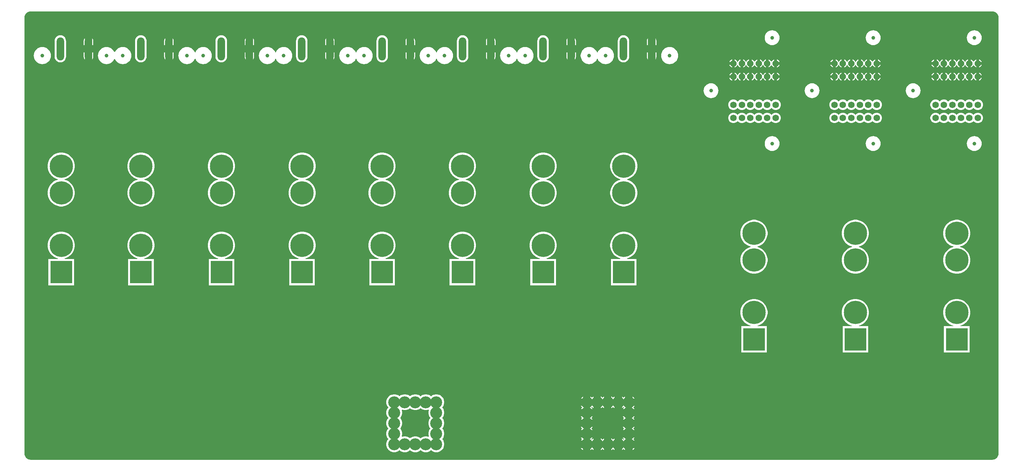
<source format=gbl>
G04*
G04 #@! TF.GenerationSoftware,Altium Limited,Altium Designer,22.8.2 (66)*
G04*
G04 Layer_Physical_Order=6*
G04 Layer_Color=16711680*
%FSLAX25Y25*%
%MOIN*%
G70*
G04*
G04 #@! TF.SameCoordinates,E27F80D8-943B-43E4-A2F4-46A55102C9C5*
G04*
G04*
G04 #@! TF.FilePolarity,Positive*
G04*
G01*
G75*
%ADD19C,0.12598*%
%ADD20R,0.22835X0.23622*%
%ADD21C,0.24410*%
%ADD22C,0.06890*%
%ADD23C,0.03937*%
G04:AMPARAMS|DCode=24|XSize=242.13mil|YSize=78.74mil|CornerRadius=39.37mil|HoleSize=0mil|Usage=FLASHONLY|Rotation=90.000|XOffset=0mil|YOffset=0mil|HoleType=Round|Shape=RoundedRectangle|*
%AMROUNDEDRECTD24*
21,1,0.24213,0.00000,0,0,90.0*
21,1,0.16339,0.07874,0,0,90.0*
1,1,0.07874,0.00000,0.08169*
1,1,0.07874,0.00000,-0.08169*
1,1,0.07874,0.00000,-0.08169*
1,1,0.07874,0.00000,0.08169*
%
%ADD24ROUNDEDRECTD24*%
G36*
X1766898Y1527957D02*
X1768345Y1527451D01*
X1769644Y1526635D01*
X1770728Y1525550D01*
X1771544Y1524252D01*
X1772050Y1522805D01*
X1772228Y1521224D01*
X1772228Y1064644D01*
X1772050Y1063063D01*
X1771544Y1061615D01*
X1770728Y1060317D01*
X1769644Y1059233D01*
X1768345Y1058417D01*
X1766898Y1057910D01*
X1765317Y1057732D01*
X757559D01*
X755977Y1057910D01*
X754530Y1058417D01*
X753232Y1059233D01*
X752147Y1060317D01*
X751331Y1061615D01*
X750825Y1063063D01*
X750647Y1064644D01*
X750647Y1521224D01*
X750825Y1522805D01*
X751331Y1524252D01*
X752147Y1525550D01*
X753232Y1526635D01*
X754530Y1527451D01*
X755977Y1527957D01*
X757559Y1528135D01*
X1765317D01*
X1766898Y1527957D01*
D02*
G37*
%LPC*%
G36*
X821831Y1499940D02*
Y1492729D01*
X822873D01*
Y1496961D01*
X822704Y1498250D01*
X822206Y1499451D01*
X821831Y1499940D01*
D02*
G37*
G36*
X813957Y1499940D02*
X813581Y1499451D01*
X813084Y1498250D01*
X812914Y1496961D01*
Y1492729D01*
X813957D01*
Y1499940D01*
D02*
G37*
G36*
X906181Y1499940D02*
Y1492729D01*
X907224D01*
Y1496961D01*
X907054Y1498250D01*
X906557Y1499451D01*
X906181Y1499940D01*
D02*
G37*
G36*
X898307Y1499940D02*
X897932Y1499451D01*
X897434Y1498250D01*
X897265Y1496961D01*
Y1492729D01*
X898307D01*
Y1499940D01*
D02*
G37*
G36*
X990532Y1499940D02*
Y1492729D01*
X991574D01*
Y1496961D01*
X991405Y1498250D01*
X990907Y1499451D01*
X990532Y1499940D01*
D02*
G37*
G36*
X982658Y1499940D02*
X982282Y1499451D01*
X981785Y1498250D01*
X981615Y1496961D01*
Y1492729D01*
X982658D01*
Y1499940D01*
D02*
G37*
G36*
X1074882Y1499940D02*
Y1492729D01*
X1075925D01*
Y1496961D01*
X1075755Y1498250D01*
X1075258Y1499451D01*
X1074882Y1499940D01*
D02*
G37*
G36*
X1067008Y1499940D02*
X1066633Y1499451D01*
X1066135Y1498250D01*
X1065966Y1496961D01*
Y1492729D01*
X1067008D01*
Y1499940D01*
D02*
G37*
G36*
X1159233Y1499940D02*
Y1492729D01*
X1160275D01*
Y1496961D01*
X1160106Y1498250D01*
X1159608Y1499451D01*
X1159233Y1499940D01*
D02*
G37*
G36*
X1151359D02*
X1150983Y1499451D01*
X1150486Y1498250D01*
X1150316Y1496961D01*
Y1492729D01*
X1151359D01*
Y1499940D01*
D02*
G37*
G36*
X1243583Y1499940D02*
Y1492729D01*
X1244626D01*
Y1496961D01*
X1244456Y1498250D01*
X1243959Y1499451D01*
X1243583Y1499940D01*
D02*
G37*
G36*
X1235709Y1499940D02*
X1235334Y1499451D01*
X1234836Y1498250D01*
X1234667Y1496961D01*
Y1492729D01*
X1235709D01*
Y1499940D01*
D02*
G37*
G36*
X1327934Y1499940D02*
Y1492729D01*
X1328977D01*
Y1496961D01*
X1328807Y1498250D01*
X1328310Y1499451D01*
X1327934Y1499940D01*
D02*
G37*
G36*
X1320060Y1499940D02*
X1319685Y1499451D01*
X1319187Y1498250D01*
X1319017Y1496961D01*
Y1492729D01*
X1320060D01*
Y1499940D01*
D02*
G37*
G36*
X1412285Y1499940D02*
Y1492729D01*
X1413327D01*
Y1496961D01*
X1413157Y1498250D01*
X1412660Y1499451D01*
X1412285Y1499940D01*
D02*
G37*
G36*
X1404411Y1499940D02*
X1404035Y1499451D01*
X1403538Y1498250D01*
X1403368Y1496961D01*
Y1492729D01*
X1404411D01*
Y1499940D01*
D02*
G37*
G36*
X1746673Y1508173D02*
X1745156Y1508024D01*
X1743696Y1507581D01*
X1742351Y1506862D01*
X1741172Y1505895D01*
X1740205Y1504716D01*
X1739486Y1503371D01*
X1739043Y1501911D01*
X1738894Y1500394D01*
X1739043Y1498876D01*
X1739486Y1497417D01*
X1740205Y1496072D01*
X1741172Y1494893D01*
X1742351Y1493925D01*
X1743696Y1493206D01*
X1745156Y1492764D01*
X1746673Y1492614D01*
X1748191Y1492764D01*
X1749650Y1493206D01*
X1750995Y1493925D01*
X1752174Y1494893D01*
X1753142Y1496072D01*
X1753861Y1497417D01*
X1754303Y1498876D01*
X1754453Y1500394D01*
X1754303Y1501911D01*
X1753861Y1503371D01*
X1753142Y1504716D01*
X1752174Y1505895D01*
X1750995Y1506862D01*
X1749650Y1507581D01*
X1748191Y1508024D01*
X1746673Y1508173D01*
D02*
G37*
G36*
X1640699D02*
X1639181Y1508024D01*
X1637722Y1507581D01*
X1636377Y1506862D01*
X1635198Y1505895D01*
X1634230Y1504716D01*
X1633511Y1503371D01*
X1633069Y1501911D01*
X1632919Y1500394D01*
X1633069Y1498876D01*
X1633511Y1497417D01*
X1634230Y1496072D01*
X1635198Y1494893D01*
X1636377Y1493925D01*
X1637722Y1493206D01*
X1639181Y1492764D01*
X1640699Y1492614D01*
X1642216Y1492764D01*
X1643676Y1493206D01*
X1645021Y1493925D01*
X1646200Y1494893D01*
X1647167Y1496072D01*
X1647886Y1497417D01*
X1648329Y1498876D01*
X1648478Y1500394D01*
X1648329Y1501911D01*
X1647886Y1503371D01*
X1647167Y1504716D01*
X1646200Y1505895D01*
X1645021Y1506862D01*
X1643676Y1507581D01*
X1642216Y1508024D01*
X1640699Y1508173D01*
D02*
G37*
G36*
X1534724D02*
X1533207Y1508024D01*
X1531747Y1507581D01*
X1530402Y1506862D01*
X1529223Y1505895D01*
X1528256Y1504716D01*
X1527537Y1503371D01*
X1527094Y1501911D01*
X1526945Y1500394D01*
X1527094Y1498876D01*
X1527537Y1497417D01*
X1528256Y1496072D01*
X1529223Y1494893D01*
X1530402Y1493925D01*
X1531747Y1493206D01*
X1533207Y1492764D01*
X1534724Y1492614D01*
X1536242Y1492764D01*
X1537702Y1493206D01*
X1539046Y1493925D01*
X1540225Y1494893D01*
X1541193Y1496072D01*
X1541912Y1497417D01*
X1542354Y1498876D01*
X1542504Y1500394D01*
X1542354Y1501911D01*
X1541912Y1503371D01*
X1541193Y1504716D01*
X1540225Y1505895D01*
X1539046Y1506862D01*
X1537702Y1507581D01*
X1536242Y1508024D01*
X1534724Y1508173D01*
D02*
G37*
G36*
X1359962Y1490652D02*
X1358212Y1490480D01*
X1356530Y1489970D01*
X1354980Y1489141D01*
X1353621Y1488026D01*
X1352506Y1486667D01*
X1351693Y1485145D01*
X1351575Y1485117D01*
X1351281D01*
X1351164Y1485145D01*
X1350350Y1486667D01*
X1349235Y1488026D01*
X1347876Y1489141D01*
X1346326Y1489970D01*
X1344644Y1490480D01*
X1342895Y1490652D01*
X1341145Y1490480D01*
X1339463Y1489970D01*
X1337913Y1489141D01*
X1336554Y1488026D01*
X1335439Y1486667D01*
X1334611Y1485117D01*
X1334101Y1483435D01*
X1333928Y1481686D01*
X1334101Y1479936D01*
X1334611Y1478254D01*
X1335439Y1476704D01*
X1336554Y1475345D01*
X1337913Y1474230D01*
X1339463Y1473402D01*
X1341145Y1472892D01*
X1342895Y1472719D01*
X1344644Y1472892D01*
X1346326Y1473402D01*
X1347876Y1474230D01*
X1349235Y1475345D01*
X1350350Y1476704D01*
X1351164Y1478227D01*
X1351281Y1478254D01*
X1351575D01*
X1351693Y1478227D01*
X1352506Y1476704D01*
X1353621Y1475345D01*
X1354980Y1474230D01*
X1356530Y1473402D01*
X1358212Y1472892D01*
X1359962Y1472719D01*
X1361711Y1472892D01*
X1363393Y1473402D01*
X1364943Y1474230D01*
X1366302Y1475345D01*
X1367417Y1476704D01*
X1368246Y1478254D01*
X1368756Y1479936D01*
X1368928Y1481686D01*
X1368756Y1483435D01*
X1368246Y1485117D01*
X1367417Y1486667D01*
X1366302Y1488026D01*
X1364943Y1489141D01*
X1363393Y1489970D01*
X1361711Y1490480D01*
X1359962Y1490652D01*
D02*
G37*
G36*
X1275611D02*
X1273862Y1490480D01*
X1272180Y1489970D01*
X1270630Y1489141D01*
X1269271Y1488026D01*
X1268156Y1486667D01*
X1267342Y1485145D01*
X1267225Y1485117D01*
X1266930D01*
X1266813Y1485145D01*
X1265999Y1486667D01*
X1264884Y1488026D01*
X1263526Y1489141D01*
X1261975Y1489970D01*
X1260293Y1490480D01*
X1258544Y1490652D01*
X1256795Y1490480D01*
X1255113Y1489970D01*
X1253563Y1489141D01*
X1252204Y1488026D01*
X1251089Y1486667D01*
X1250260Y1485117D01*
X1249750Y1483435D01*
X1249578Y1481686D01*
X1249750Y1479936D01*
X1250260Y1478254D01*
X1251089Y1476704D01*
X1252204Y1475345D01*
X1253563Y1474230D01*
X1255113Y1473402D01*
X1256795Y1472892D01*
X1258544Y1472719D01*
X1260293Y1472892D01*
X1261975Y1473402D01*
X1263526Y1474230D01*
X1264884Y1475345D01*
X1265999Y1476704D01*
X1266813Y1478227D01*
X1266930Y1478254D01*
X1267225D01*
X1267342Y1478227D01*
X1268156Y1476704D01*
X1269271Y1475345D01*
X1270630Y1474230D01*
X1272180Y1473402D01*
X1273862Y1472892D01*
X1275611Y1472719D01*
X1277360Y1472892D01*
X1279043Y1473402D01*
X1280593Y1474230D01*
X1281951Y1475345D01*
X1283066Y1476704D01*
X1283895Y1478254D01*
X1284405Y1479936D01*
X1284578Y1481686D01*
X1284405Y1483435D01*
X1283895Y1485117D01*
X1283066Y1486667D01*
X1281951Y1488026D01*
X1280593Y1489141D01*
X1279043Y1489970D01*
X1277360Y1490480D01*
X1275611Y1490652D01*
D02*
G37*
G36*
X1191261D02*
X1189511Y1490480D01*
X1187829Y1489970D01*
X1186279Y1489141D01*
X1184920Y1488026D01*
X1183805Y1486667D01*
X1182992Y1485145D01*
X1182874Y1485117D01*
X1182580D01*
X1182463Y1485145D01*
X1181649Y1486667D01*
X1180534Y1488026D01*
X1179175Y1489141D01*
X1177625Y1489970D01*
X1175943Y1490480D01*
X1174193Y1490652D01*
X1172444Y1490480D01*
X1170762Y1489970D01*
X1169212Y1489141D01*
X1167853Y1488026D01*
X1166738Y1486667D01*
X1165910Y1485117D01*
X1165399Y1483435D01*
X1165227Y1481686D01*
X1165399Y1479936D01*
X1165910Y1478254D01*
X1166738Y1476704D01*
X1167853Y1475345D01*
X1169212Y1474230D01*
X1170762Y1473402D01*
X1172444Y1472892D01*
X1174193Y1472719D01*
X1175943Y1472892D01*
X1177625Y1473402D01*
X1179175Y1474230D01*
X1180534Y1475345D01*
X1181649Y1476704D01*
X1182463Y1478227D01*
X1182580Y1478254D01*
X1182874D01*
X1182992Y1478227D01*
X1183805Y1476704D01*
X1184920Y1475345D01*
X1186279Y1474230D01*
X1187829Y1473402D01*
X1189511Y1472892D01*
X1191261Y1472719D01*
X1193010Y1472892D01*
X1194692Y1473402D01*
X1196242Y1474230D01*
X1197601Y1475345D01*
X1198716Y1476704D01*
X1199545Y1478254D01*
X1200055Y1479936D01*
X1200227Y1481686D01*
X1200055Y1483435D01*
X1199545Y1485117D01*
X1198716Y1486667D01*
X1197601Y1488026D01*
X1196242Y1489141D01*
X1194692Y1489970D01*
X1193010Y1490480D01*
X1191261Y1490652D01*
D02*
G37*
G36*
X1106910D02*
X1105161Y1490480D01*
X1103479Y1489970D01*
X1101929Y1489141D01*
X1100570Y1488026D01*
X1099455Y1486667D01*
X1098641Y1485145D01*
X1098524Y1485117D01*
X1098229D01*
X1098112Y1485145D01*
X1097298Y1486667D01*
X1096183Y1488026D01*
X1094825Y1489141D01*
X1093274Y1489970D01*
X1091592Y1490480D01*
X1089843Y1490652D01*
X1088094Y1490480D01*
X1086412Y1489970D01*
X1084861Y1489141D01*
X1083503Y1488026D01*
X1082388Y1486667D01*
X1081559Y1485117D01*
X1081049Y1483435D01*
X1080877Y1481686D01*
X1081049Y1479936D01*
X1081559Y1478254D01*
X1082388Y1476704D01*
X1083503Y1475345D01*
X1084861Y1474230D01*
X1086412Y1473402D01*
X1088094Y1472892D01*
X1089843Y1472719D01*
X1091592Y1472892D01*
X1093274Y1473402D01*
X1094825Y1474230D01*
X1096183Y1475345D01*
X1097298Y1476704D01*
X1098112Y1478227D01*
X1098229Y1478254D01*
X1098524D01*
X1098641Y1478227D01*
X1099455Y1476704D01*
X1100570Y1475345D01*
X1101929Y1474230D01*
X1103479Y1473402D01*
X1105161Y1472892D01*
X1106910Y1472719D01*
X1108659Y1472892D01*
X1110341Y1473402D01*
X1111891Y1474230D01*
X1113250Y1475345D01*
X1114365Y1476704D01*
X1115194Y1478254D01*
X1115704Y1479936D01*
X1115876Y1481686D01*
X1115704Y1483435D01*
X1115194Y1485117D01*
X1114365Y1486667D01*
X1113250Y1488026D01*
X1111891Y1489141D01*
X1110341Y1489970D01*
X1108659Y1490480D01*
X1106910Y1490652D01*
D02*
G37*
G36*
X1022560D02*
X1020810Y1490480D01*
X1019128Y1489970D01*
X1017578Y1489141D01*
X1016219Y1488026D01*
X1015104Y1486667D01*
X1014290Y1485145D01*
X1014173Y1485117D01*
X1013879D01*
X1013762Y1485145D01*
X1012948Y1486667D01*
X1011833Y1488026D01*
X1010474Y1489141D01*
X1008924Y1489970D01*
X1007242Y1490480D01*
X1005492Y1490652D01*
X1003743Y1490480D01*
X1002061Y1489970D01*
X1000511Y1489141D01*
X999152Y1488026D01*
X998037Y1486667D01*
X997209Y1485117D01*
X996698Y1483435D01*
X996526Y1481686D01*
X996698Y1479936D01*
X997209Y1478254D01*
X998037Y1476704D01*
X999152Y1475345D01*
X1000511Y1474230D01*
X1002061Y1473402D01*
X1003743Y1472892D01*
X1005492Y1472719D01*
X1007242Y1472892D01*
X1008924Y1473402D01*
X1010474Y1474230D01*
X1011833Y1475345D01*
X1012948Y1476704D01*
X1013762Y1478227D01*
X1013879Y1478254D01*
X1014173D01*
X1014290Y1478227D01*
X1015104Y1476704D01*
X1016219Y1475345D01*
X1017578Y1474230D01*
X1019128Y1473402D01*
X1020810Y1472892D01*
X1022560Y1472719D01*
X1024309Y1472892D01*
X1025991Y1473402D01*
X1027541Y1474230D01*
X1028900Y1475345D01*
X1030015Y1476704D01*
X1030843Y1478254D01*
X1031354Y1479936D01*
X1031526Y1481686D01*
X1031354Y1483435D01*
X1030843Y1485117D01*
X1030015Y1486667D01*
X1028900Y1488026D01*
X1027541Y1489141D01*
X1025991Y1489970D01*
X1024309Y1490480D01*
X1022560Y1490652D01*
D02*
G37*
G36*
X938209D02*
X936460Y1490480D01*
X934778Y1489970D01*
X933228Y1489141D01*
X931869Y1488026D01*
X930754Y1486667D01*
X929940Y1485145D01*
X929823Y1485117D01*
X929528D01*
X929411Y1485145D01*
X928597Y1486667D01*
X927482Y1488026D01*
X926123Y1489141D01*
X924573Y1489970D01*
X922891Y1490480D01*
X921142Y1490652D01*
X919393Y1490480D01*
X917711Y1489970D01*
X916160Y1489141D01*
X914802Y1488026D01*
X913687Y1486667D01*
X912858Y1485117D01*
X912348Y1483435D01*
X912175Y1481686D01*
X912348Y1479936D01*
X912858Y1478254D01*
X913687Y1476704D01*
X914802Y1475345D01*
X916160Y1474230D01*
X917711Y1473402D01*
X919393Y1472892D01*
X921142Y1472719D01*
X922891Y1472892D01*
X924573Y1473402D01*
X926123Y1474230D01*
X927482Y1475345D01*
X928597Y1476704D01*
X929411Y1478227D01*
X929528Y1478254D01*
X929823D01*
X929940Y1478227D01*
X930754Y1476704D01*
X931869Y1475345D01*
X933228Y1474230D01*
X934778Y1473402D01*
X936460Y1472892D01*
X938209Y1472719D01*
X939958Y1472892D01*
X941640Y1473402D01*
X943190Y1474230D01*
X944549Y1475345D01*
X945664Y1476704D01*
X946493Y1478254D01*
X947003Y1479936D01*
X947175Y1481686D01*
X947003Y1483435D01*
X946493Y1485117D01*
X945664Y1486667D01*
X944549Y1488026D01*
X943190Y1489141D01*
X941640Y1489970D01*
X939958Y1490480D01*
X938209Y1490652D01*
D02*
G37*
G36*
X853858D02*
X852109Y1490480D01*
X850427Y1489970D01*
X848877Y1489141D01*
X847518Y1488026D01*
X846403Y1486667D01*
X845589Y1485145D01*
X845472Y1485117D01*
X845177D01*
X845060Y1485145D01*
X844247Y1486667D01*
X843132Y1488026D01*
X841773Y1489141D01*
X840223Y1489970D01*
X838541Y1490480D01*
X836791Y1490652D01*
X835042Y1490480D01*
X833360Y1489970D01*
X831810Y1489141D01*
X830451Y1488026D01*
X829336Y1486667D01*
X828508Y1485117D01*
X827997Y1483435D01*
X827825Y1481686D01*
X827997Y1479936D01*
X828508Y1478254D01*
X829336Y1476704D01*
X830451Y1475345D01*
X831810Y1474230D01*
X833360Y1473402D01*
X835042Y1472892D01*
X836791Y1472719D01*
X838541Y1472892D01*
X840223Y1473402D01*
X841773Y1474230D01*
X843132Y1475345D01*
X844247Y1476704D01*
X845060Y1478227D01*
X845177Y1478254D01*
X845472D01*
X845589Y1478227D01*
X846403Y1476704D01*
X847518Y1475345D01*
X848877Y1474230D01*
X850427Y1473402D01*
X852109Y1472892D01*
X853858Y1472719D01*
X855608Y1472892D01*
X857290Y1473402D01*
X858840Y1474230D01*
X860199Y1475345D01*
X861314Y1476704D01*
X862142Y1478254D01*
X862652Y1479936D01*
X862825Y1481686D01*
X862652Y1483435D01*
X862142Y1485117D01*
X861314Y1486667D01*
X860199Y1488026D01*
X858840Y1489141D01*
X857290Y1489970D01*
X855608Y1490480D01*
X853858Y1490652D01*
D02*
G37*
G36*
X813957Y1484855D02*
X812914D01*
Y1480623D01*
X813084Y1479334D01*
X813581Y1478133D01*
X813957Y1477644D01*
Y1484855D01*
D02*
G37*
G36*
X1413327Y1484855D02*
X1412285D01*
Y1477644D01*
X1412660Y1478133D01*
X1413157Y1479334D01*
X1413327Y1480623D01*
Y1484855D01*
D02*
G37*
G36*
X898307Y1484855D02*
X897265D01*
Y1480623D01*
X897434Y1479334D01*
X897932Y1478133D01*
X898307Y1477644D01*
Y1484855D01*
D02*
G37*
G36*
X1328977Y1484855D02*
X1327934D01*
Y1477644D01*
X1328310Y1478133D01*
X1328807Y1479334D01*
X1328977Y1480623D01*
Y1484855D01*
D02*
G37*
G36*
X982658Y1484855D02*
X981615D01*
Y1480623D01*
X981785Y1479334D01*
X982282Y1478133D01*
X982658Y1477644D01*
Y1484855D01*
D02*
G37*
G36*
X1244626Y1484855D02*
X1243583D01*
Y1477643D01*
X1243959Y1478133D01*
X1244456Y1479334D01*
X1244626Y1480623D01*
Y1484855D01*
D02*
G37*
G36*
X1067008Y1484855D02*
X1065966D01*
Y1480623D01*
X1066135Y1479334D01*
X1066633Y1478133D01*
X1067008Y1477643D01*
Y1484855D01*
D02*
G37*
G36*
X1160275Y1484855D02*
X1159233D01*
Y1477643D01*
X1159608Y1478133D01*
X1160106Y1479334D01*
X1160275Y1480623D01*
Y1484855D01*
D02*
G37*
G36*
X1151359D02*
X1150316D01*
Y1480623D01*
X1150486Y1479334D01*
X1150983Y1478133D01*
X1151359Y1477643D01*
Y1484855D01*
D02*
G37*
G36*
X1075925Y1484855D02*
X1074882D01*
Y1477643D01*
X1075258Y1478133D01*
X1075755Y1479334D01*
X1075925Y1480623D01*
Y1484855D01*
D02*
G37*
G36*
X1235709Y1484855D02*
X1234667D01*
Y1480623D01*
X1234836Y1479334D01*
X1235334Y1478133D01*
X1235709Y1477643D01*
Y1484855D01*
D02*
G37*
G36*
X991574Y1484855D02*
X990532D01*
Y1477643D01*
X990907Y1478133D01*
X991405Y1479334D01*
X991574Y1480623D01*
Y1484855D01*
D02*
G37*
G36*
X1320060Y1484855D02*
X1319017D01*
Y1480623D01*
X1319187Y1479334D01*
X1319685Y1478133D01*
X1320060Y1477643D01*
Y1484855D01*
D02*
G37*
G36*
X907224Y1484855D02*
X906181D01*
Y1477643D01*
X906557Y1478133D01*
X907054Y1479334D01*
X907224Y1480623D01*
Y1484855D01*
D02*
G37*
G36*
X1404411Y1484855D02*
X1403368D01*
Y1480623D01*
X1403538Y1479334D01*
X1404035Y1478133D01*
X1404411Y1477643D01*
Y1484855D01*
D02*
G37*
G36*
X822873Y1484855D02*
X821831D01*
Y1477643D01*
X822206Y1478133D01*
X822704Y1479334D01*
X822873Y1480623D01*
Y1484855D01*
D02*
G37*
G36*
X1731142Y1477631D02*
X1730902Y1477567D01*
X1729889Y1476982D01*
X1729061Y1476154D01*
X1728476Y1475141D01*
X1728439Y1475002D01*
X1727939D01*
X1727902Y1475141D01*
X1727317Y1476154D01*
X1726489Y1476982D01*
X1725476Y1477567D01*
X1725236Y1477631D01*
Y1473425D01*
Y1469219D01*
X1725476Y1469283D01*
X1726489Y1469868D01*
X1727317Y1470696D01*
X1727902Y1471710D01*
X1727939Y1471848D01*
X1728439D01*
X1728476Y1471710D01*
X1729061Y1470696D01*
X1729889Y1469868D01*
X1730902Y1469283D01*
X1731142Y1469219D01*
Y1473425D01*
Y1477631D01*
D02*
G37*
G36*
X1625167D02*
X1624928Y1477567D01*
X1623915Y1476982D01*
X1623087Y1476154D01*
X1622502Y1475141D01*
X1622465Y1475002D01*
X1621965D01*
X1621927Y1475141D01*
X1621342Y1476154D01*
X1620515Y1476982D01*
X1619501Y1477567D01*
X1619262Y1477631D01*
Y1473425D01*
Y1469219D01*
X1619501Y1469283D01*
X1620515Y1469868D01*
X1621342Y1470696D01*
X1621927Y1471710D01*
X1621965Y1471848D01*
X1622465D01*
X1622502Y1471710D01*
X1623087Y1470696D01*
X1623915Y1469868D01*
X1624928Y1469283D01*
X1625167Y1469219D01*
Y1473425D01*
Y1477631D01*
D02*
G37*
G36*
X1519193D02*
X1518954Y1477567D01*
X1517940Y1476982D01*
X1517113Y1476154D01*
X1516527Y1475141D01*
X1516490Y1475002D01*
X1515990D01*
X1515953Y1475141D01*
X1515368Y1476154D01*
X1514540Y1476982D01*
X1513527Y1477567D01*
X1513287Y1477631D01*
Y1473425D01*
Y1469219D01*
X1513527Y1469283D01*
X1514540Y1469868D01*
X1515368Y1470696D01*
X1515953Y1471710D01*
X1515990Y1471848D01*
X1516490D01*
X1516527Y1471710D01*
X1517113Y1470696D01*
X1517940Y1469868D01*
X1518954Y1469283D01*
X1519193Y1469219D01*
Y1473425D01*
Y1477631D01*
D02*
G37*
G36*
X1748858Y1477631D02*
X1748619Y1477567D01*
X1747605Y1476982D01*
X1746778Y1476154D01*
X1746193Y1475141D01*
X1746156Y1475002D01*
X1745655D01*
X1745618Y1475141D01*
X1745033Y1476154D01*
X1744206Y1476982D01*
X1743192Y1477567D01*
X1742953Y1477631D01*
Y1473425D01*
Y1469219D01*
X1743192Y1469283D01*
X1744206Y1469868D01*
X1745033Y1470696D01*
X1745618Y1471710D01*
X1745655Y1471848D01*
X1746156D01*
X1746193Y1471710D01*
X1746778Y1470696D01*
X1747605Y1469868D01*
X1748619Y1469283D01*
X1748858Y1469219D01*
Y1473425D01*
Y1477631D01*
D02*
G37*
G36*
X1740000Y1477631D02*
X1739761Y1477567D01*
X1738747Y1476982D01*
X1737920Y1476154D01*
X1737334Y1475141D01*
X1737297Y1475002D01*
X1736797D01*
X1736760Y1475141D01*
X1736175Y1476154D01*
X1735347Y1476982D01*
X1734334Y1477567D01*
X1734095Y1477631D01*
Y1473425D01*
Y1469219D01*
X1734334Y1469283D01*
X1735347Y1469868D01*
X1736175Y1470696D01*
X1736760Y1471710D01*
X1736797Y1471848D01*
X1737297D01*
X1737334Y1471710D01*
X1737920Y1470696D01*
X1738747Y1469868D01*
X1739761Y1469283D01*
X1740000Y1469219D01*
Y1473425D01*
Y1477631D01*
D02*
G37*
G36*
X1722284Y1477631D02*
X1722044Y1477567D01*
X1721031Y1476982D01*
X1720203Y1476154D01*
X1719618Y1475141D01*
X1719581Y1475002D01*
X1719081D01*
X1719044Y1475141D01*
X1718458Y1476154D01*
X1717631Y1476982D01*
X1716617Y1477567D01*
X1716378Y1477631D01*
Y1473425D01*
Y1469219D01*
X1716617Y1469283D01*
X1717631Y1469868D01*
X1718458Y1470696D01*
X1719044Y1471710D01*
X1719081Y1471848D01*
X1719581D01*
X1719618Y1471710D01*
X1720203Y1470696D01*
X1721031Y1469868D01*
X1722044Y1469283D01*
X1722284Y1469219D01*
Y1473425D01*
Y1477631D01*
D02*
G37*
G36*
X1642884Y1477631D02*
X1642645Y1477567D01*
X1641631Y1476982D01*
X1640803Y1476154D01*
X1640218Y1475141D01*
X1640181Y1475002D01*
X1639681D01*
X1639644Y1475141D01*
X1639059Y1476154D01*
X1638231Y1476982D01*
X1637218Y1477567D01*
X1636978Y1477631D01*
Y1473425D01*
Y1469219D01*
X1637218Y1469283D01*
X1638231Y1469868D01*
X1639059Y1470696D01*
X1639644Y1471710D01*
X1639681Y1471848D01*
X1640181D01*
X1640218Y1471710D01*
X1640803Y1470696D01*
X1641631Y1469868D01*
X1642645Y1469283D01*
X1642884Y1469219D01*
Y1473425D01*
Y1477631D01*
D02*
G37*
G36*
X1634026Y1477631D02*
X1633786Y1477567D01*
X1632773Y1476982D01*
X1631945Y1476154D01*
X1631360Y1475141D01*
X1631323Y1475002D01*
X1630823D01*
X1630786Y1475141D01*
X1630201Y1476154D01*
X1629373Y1476982D01*
X1628359Y1477567D01*
X1628120Y1477631D01*
Y1473425D01*
Y1469219D01*
X1628359Y1469283D01*
X1629373Y1469868D01*
X1630201Y1470696D01*
X1630786Y1471710D01*
X1630823Y1471848D01*
X1631323D01*
X1631360Y1471710D01*
X1631945Y1470696D01*
X1632773Y1469868D01*
X1633786Y1469283D01*
X1634026Y1469219D01*
Y1473425D01*
Y1477631D01*
D02*
G37*
G36*
X1616309Y1477631D02*
X1616070Y1477567D01*
X1615056Y1476982D01*
X1614229Y1476154D01*
X1613643Y1475141D01*
X1613606Y1475002D01*
X1613106D01*
X1613069Y1475141D01*
X1612484Y1476154D01*
X1611656Y1476982D01*
X1610643Y1477567D01*
X1610403Y1477631D01*
Y1473425D01*
Y1469219D01*
X1610643Y1469283D01*
X1611656Y1469868D01*
X1612484Y1470696D01*
X1613069Y1471710D01*
X1613106Y1471848D01*
X1613606D01*
X1613643Y1471710D01*
X1614229Y1470696D01*
X1615056Y1469868D01*
X1616070Y1469283D01*
X1616309Y1469219D01*
Y1473425D01*
Y1477631D01*
D02*
G37*
G36*
X1536909Y1477631D02*
X1536670Y1477567D01*
X1535657Y1476982D01*
X1534829Y1476154D01*
X1534244Y1475141D01*
X1534207Y1475002D01*
X1533707D01*
X1533669Y1475141D01*
X1533084Y1476154D01*
X1532257Y1476982D01*
X1531243Y1477567D01*
X1531004Y1477631D01*
Y1473425D01*
Y1469219D01*
X1531243Y1469283D01*
X1532257Y1469868D01*
X1533084Y1470696D01*
X1533669Y1471710D01*
X1533707Y1471848D01*
X1534207D01*
X1534244Y1471710D01*
X1534829Y1470696D01*
X1535657Y1469868D01*
X1536670Y1469283D01*
X1536909Y1469219D01*
Y1473425D01*
Y1477631D01*
D02*
G37*
G36*
X1528051Y1477631D02*
X1527812Y1477567D01*
X1526798Y1476982D01*
X1525971Y1476154D01*
X1525386Y1475141D01*
X1525348Y1475002D01*
X1524848D01*
X1524811Y1475141D01*
X1524226Y1476154D01*
X1523398Y1476982D01*
X1522385Y1477567D01*
X1522146Y1477631D01*
Y1473425D01*
Y1469219D01*
X1522385Y1469283D01*
X1523398Y1469868D01*
X1524226Y1470696D01*
X1524811Y1471710D01*
X1524848Y1471848D01*
X1525348D01*
X1525386Y1471710D01*
X1525971Y1470696D01*
X1526798Y1469868D01*
X1527812Y1469283D01*
X1528051Y1469219D01*
Y1473425D01*
Y1477631D01*
D02*
G37*
G36*
X1704567Y1477631D02*
X1704328Y1477567D01*
X1703314Y1476982D01*
X1702486Y1476154D01*
X1701901Y1475141D01*
X1701837Y1474902D01*
X1704567D01*
Y1477631D01*
D02*
G37*
G36*
X1598592Y1477631D02*
X1598353Y1477567D01*
X1597340Y1476982D01*
X1596512Y1476154D01*
X1595927Y1475141D01*
X1595863Y1474902D01*
X1598592D01*
Y1477631D01*
D02*
G37*
G36*
X1751811Y1477631D02*
Y1474902D01*
X1754541D01*
X1754477Y1475141D01*
X1753891Y1476154D01*
X1753064Y1476982D01*
X1752050Y1477567D01*
X1751811Y1477631D01*
D02*
G37*
G36*
X1492618Y1477631D02*
X1492379Y1477567D01*
X1491365Y1476982D01*
X1490538Y1476154D01*
X1489952Y1475141D01*
X1489888Y1474902D01*
X1492618D01*
Y1477631D01*
D02*
G37*
G36*
X1645837Y1477631D02*
Y1474902D01*
X1648566D01*
X1648502Y1475141D01*
X1647917Y1476154D01*
X1647089Y1476982D01*
X1646076Y1477567D01*
X1645837Y1477631D01*
D02*
G37*
G36*
X1539862D02*
Y1474902D01*
X1542592D01*
X1542528Y1475141D01*
X1541943Y1476154D01*
X1541115Y1476982D01*
X1540102Y1477567D01*
X1539862Y1477631D01*
D02*
G37*
G36*
X1378859Y1502927D02*
X1377695Y1502812D01*
X1376576Y1502473D01*
X1375545Y1501922D01*
X1374641Y1501180D01*
X1373899Y1500276D01*
X1373348Y1499244D01*
X1373008Y1498125D01*
X1372894Y1496961D01*
Y1480623D01*
X1373008Y1479459D01*
X1373348Y1478340D01*
X1373899Y1477308D01*
X1374641Y1476404D01*
X1375545Y1475662D01*
X1376576Y1475111D01*
X1377695Y1474771D01*
X1378859Y1474657D01*
X1380023Y1474771D01*
X1381142Y1475111D01*
X1382174Y1475662D01*
X1383078Y1476404D01*
X1383820Y1477308D01*
X1384371Y1478340D01*
X1384711Y1479459D01*
X1384825Y1480623D01*
Y1496961D01*
X1384711Y1498125D01*
X1384371Y1499244D01*
X1383820Y1500276D01*
X1383078Y1501180D01*
X1382174Y1501922D01*
X1381142Y1502473D01*
X1380023Y1502812D01*
X1378859Y1502927D01*
D02*
G37*
G36*
X1294509D02*
X1293345Y1502812D01*
X1292226Y1502473D01*
X1291194Y1501922D01*
X1290290Y1501180D01*
X1289548Y1500276D01*
X1288997Y1499244D01*
X1288658Y1498125D01*
X1288543Y1496961D01*
Y1480623D01*
X1288658Y1479459D01*
X1288997Y1478340D01*
X1289548Y1477308D01*
X1290290Y1476404D01*
X1291194Y1475662D01*
X1292226Y1475111D01*
X1293345Y1474771D01*
X1294509Y1474657D01*
X1295673Y1474771D01*
X1296792Y1475111D01*
X1297823Y1475662D01*
X1298727Y1476404D01*
X1299469Y1477308D01*
X1300020Y1478340D01*
X1300360Y1479459D01*
X1300475Y1480623D01*
Y1496961D01*
X1300360Y1498125D01*
X1300020Y1499244D01*
X1299469Y1500276D01*
X1298727Y1501180D01*
X1297823Y1501922D01*
X1296792Y1502473D01*
X1295673Y1502812D01*
X1294509Y1502927D01*
D02*
G37*
G36*
X1210158D02*
X1208994Y1502812D01*
X1207875Y1502473D01*
X1206844Y1501922D01*
X1205940Y1501180D01*
X1205198Y1500276D01*
X1204647Y1499244D01*
X1204307Y1498125D01*
X1204193Y1496961D01*
Y1480623D01*
X1204307Y1479459D01*
X1204647Y1478340D01*
X1205198Y1477308D01*
X1205940Y1476404D01*
X1206844Y1475662D01*
X1207875Y1475111D01*
X1208994Y1474771D01*
X1210158Y1474657D01*
X1211322Y1474771D01*
X1212441Y1475111D01*
X1213473Y1475662D01*
X1214377Y1476404D01*
X1215119Y1477308D01*
X1215670Y1478340D01*
X1216009Y1479459D01*
X1216124Y1480623D01*
Y1496961D01*
X1216009Y1498125D01*
X1215670Y1499244D01*
X1215119Y1500276D01*
X1214377Y1501180D01*
X1213473Y1501922D01*
X1212441Y1502473D01*
X1211322Y1502812D01*
X1210158Y1502927D01*
D02*
G37*
G36*
X1125808D02*
X1124644Y1502812D01*
X1123525Y1502473D01*
X1122493Y1501922D01*
X1121589Y1501180D01*
X1120847Y1500276D01*
X1120296Y1499244D01*
X1119957Y1498125D01*
X1119842Y1496961D01*
Y1480623D01*
X1119957Y1479459D01*
X1120296Y1478340D01*
X1120847Y1477308D01*
X1121589Y1476404D01*
X1122493Y1475662D01*
X1123525Y1475111D01*
X1124644Y1474771D01*
X1125808Y1474657D01*
X1126972Y1474771D01*
X1128091Y1475111D01*
X1129122Y1475662D01*
X1130026Y1476404D01*
X1130768Y1477308D01*
X1131319Y1478340D01*
X1131659Y1479459D01*
X1131773Y1480623D01*
Y1496961D01*
X1131659Y1498125D01*
X1131319Y1499244D01*
X1130768Y1500276D01*
X1130026Y1501180D01*
X1129122Y1501922D01*
X1128091Y1502473D01*
X1126972Y1502812D01*
X1125808Y1502927D01*
D02*
G37*
G36*
X1041457D02*
X1040293Y1502812D01*
X1039174Y1502473D01*
X1038143Y1501922D01*
X1037239Y1501180D01*
X1036497Y1500276D01*
X1035946Y1499244D01*
X1035606Y1498125D01*
X1035491Y1496961D01*
Y1480623D01*
X1035606Y1479459D01*
X1035946Y1478340D01*
X1036497Y1477308D01*
X1037239Y1476404D01*
X1038143Y1475662D01*
X1039174Y1475111D01*
X1040293Y1474771D01*
X1041457Y1474657D01*
X1042621Y1474771D01*
X1043740Y1475111D01*
X1044772Y1475662D01*
X1045676Y1476404D01*
X1046418Y1477308D01*
X1046969Y1478340D01*
X1047308Y1479459D01*
X1047423Y1480623D01*
Y1496961D01*
X1047308Y1498125D01*
X1046969Y1499244D01*
X1046418Y1500276D01*
X1045676Y1501180D01*
X1044772Y1501922D01*
X1043740Y1502473D01*
X1042621Y1502812D01*
X1041457Y1502927D01*
D02*
G37*
G36*
X957107D02*
X955943Y1502812D01*
X954824Y1502473D01*
X953792Y1501922D01*
X952888Y1501180D01*
X952146Y1500276D01*
X951595Y1499244D01*
X951256Y1498125D01*
X951141Y1496961D01*
Y1480623D01*
X951256Y1479459D01*
X951595Y1478340D01*
X952146Y1477308D01*
X952888Y1476404D01*
X953792Y1475662D01*
X954824Y1475111D01*
X955943Y1474771D01*
X957107Y1474657D01*
X958270Y1474771D01*
X959390Y1475111D01*
X960421Y1475662D01*
X961325Y1476404D01*
X962067Y1477308D01*
X962618Y1478340D01*
X962958Y1479459D01*
X963072Y1480623D01*
Y1496961D01*
X962958Y1498125D01*
X962618Y1499244D01*
X962067Y1500276D01*
X961325Y1501180D01*
X960421Y1501922D01*
X959390Y1502473D01*
X958270Y1502812D01*
X957107Y1502927D01*
D02*
G37*
G36*
X872756D02*
X871592Y1502812D01*
X870473Y1502473D01*
X869442Y1501922D01*
X868538Y1501180D01*
X867796Y1500276D01*
X867244Y1499244D01*
X866905Y1498125D01*
X866790Y1496961D01*
Y1480623D01*
X866905Y1479459D01*
X867244Y1478340D01*
X867796Y1477308D01*
X868538Y1476404D01*
X869442Y1475662D01*
X870473Y1475111D01*
X871592Y1474771D01*
X872756Y1474657D01*
X873920Y1474771D01*
X875039Y1475111D01*
X876070Y1475662D01*
X876974Y1476404D01*
X877716Y1477308D01*
X878268Y1478340D01*
X878607Y1479459D01*
X878722Y1480623D01*
Y1496961D01*
X878607Y1498125D01*
X878268Y1499244D01*
X877716Y1500276D01*
X876974Y1501180D01*
X876070Y1501922D01*
X875039Y1502473D01*
X873920Y1502812D01*
X872756Y1502927D01*
D02*
G37*
G36*
X788406D02*
X787242Y1502812D01*
X786123Y1502473D01*
X785091Y1501922D01*
X784187Y1501180D01*
X783445Y1500276D01*
X782894Y1499244D01*
X782554Y1498125D01*
X782440Y1496961D01*
Y1480623D01*
X782554Y1479459D01*
X782894Y1478340D01*
X783445Y1477308D01*
X784187Y1476404D01*
X785091Y1475662D01*
X786123Y1475111D01*
X787242Y1474771D01*
X788406Y1474657D01*
X789569Y1474771D01*
X790689Y1475111D01*
X791720Y1475662D01*
X792624Y1476404D01*
X793366Y1477308D01*
X793917Y1478340D01*
X794257Y1479459D01*
X794371Y1480623D01*
Y1496961D01*
X794257Y1498125D01*
X793917Y1499244D01*
X793366Y1500276D01*
X792624Y1501180D01*
X791720Y1501922D01*
X790689Y1502473D01*
X789569Y1502812D01*
X788406Y1502927D01*
D02*
G37*
G36*
X1427245Y1490652D02*
X1425496Y1490480D01*
X1423814Y1489970D01*
X1422264Y1489141D01*
X1420905Y1488026D01*
X1419790Y1486667D01*
X1418961Y1485117D01*
X1418451Y1483435D01*
X1418279Y1481686D01*
X1418451Y1479936D01*
X1418961Y1478254D01*
X1419790Y1476704D01*
X1420905Y1475345D01*
X1422264Y1474230D01*
X1423814Y1473402D01*
X1425496Y1472892D01*
X1427245Y1472719D01*
X1428994Y1472892D01*
X1430676Y1473402D01*
X1432227Y1474230D01*
X1433585Y1475345D01*
X1434700Y1476704D01*
X1435529Y1478254D01*
X1436039Y1479936D01*
X1436212Y1481686D01*
X1436039Y1483435D01*
X1435529Y1485117D01*
X1434700Y1486667D01*
X1433585Y1488026D01*
X1432227Y1489141D01*
X1430676Y1489970D01*
X1428994Y1490480D01*
X1427245Y1490652D01*
D02*
G37*
G36*
X769508D02*
X767759Y1490480D01*
X766077Y1489970D01*
X764526Y1489141D01*
X763168Y1488026D01*
X762053Y1486667D01*
X761224Y1485117D01*
X760714Y1483435D01*
X760541Y1481686D01*
X760714Y1479936D01*
X761224Y1478254D01*
X762053Y1476704D01*
X763168Y1475345D01*
X764526Y1474230D01*
X766077Y1473402D01*
X767759Y1472892D01*
X769508Y1472719D01*
X771257Y1472892D01*
X772939Y1473402D01*
X774489Y1474230D01*
X775848Y1475345D01*
X776963Y1476704D01*
X777792Y1478254D01*
X778302Y1479936D01*
X778474Y1481686D01*
X778302Y1483435D01*
X777792Y1485117D01*
X776963Y1486667D01*
X775848Y1488026D01*
X774489Y1489141D01*
X772939Y1489970D01*
X771257Y1490480D01*
X769508Y1490652D01*
D02*
G37*
G36*
X1504429Y1477631D02*
Y1473425D01*
Y1469219D01*
X1504668Y1469283D01*
X1505682Y1469868D01*
X1506509Y1470696D01*
X1507095Y1471710D01*
X1507132Y1471848D01*
X1507632D01*
X1507669Y1471710D01*
X1508254Y1470696D01*
X1509082Y1469868D01*
X1510095Y1469283D01*
X1510335Y1469219D01*
Y1473425D01*
Y1477631D01*
X1510095Y1477567D01*
X1509082Y1476982D01*
X1508254Y1476154D01*
X1507669Y1475141D01*
X1507632Y1475002D01*
X1507132D01*
X1507095Y1475141D01*
X1506509Y1476154D01*
X1505682Y1476982D01*
X1504668Y1477567D01*
X1504429Y1477631D01*
D02*
G37*
G36*
X1707520D02*
Y1473425D01*
Y1469219D01*
X1707759Y1469283D01*
X1708772Y1469868D01*
X1709600Y1470696D01*
X1710185Y1471710D01*
X1710222Y1471848D01*
X1710722D01*
X1710760Y1471710D01*
X1711345Y1470696D01*
X1712172Y1469868D01*
X1713186Y1469283D01*
X1713425Y1469219D01*
Y1473425D01*
Y1477631D01*
X1713186Y1477567D01*
X1712172Y1476982D01*
X1711345Y1476154D01*
X1710760Y1475141D01*
X1710722Y1475002D01*
X1710222D01*
X1710185Y1475141D01*
X1709600Y1476154D01*
X1708772Y1476982D01*
X1707759Y1477567D01*
X1707520Y1477631D01*
D02*
G37*
G36*
X1542592Y1471949D02*
X1539862D01*
Y1469219D01*
X1540102Y1469283D01*
X1541115Y1469868D01*
X1541943Y1470696D01*
X1542528Y1471710D01*
X1542592Y1471949D01*
D02*
G37*
G36*
X1601545Y1477631D02*
Y1473425D01*
Y1469219D01*
X1601785Y1469283D01*
X1602798Y1469868D01*
X1603626Y1470696D01*
X1604211Y1471710D01*
X1604248Y1471848D01*
X1604748D01*
X1604785Y1471710D01*
X1605370Y1470696D01*
X1606198Y1469868D01*
X1607211Y1469283D01*
X1607451Y1469219D01*
Y1473425D01*
Y1477631D01*
X1607211Y1477567D01*
X1606198Y1476982D01*
X1605370Y1476154D01*
X1604785Y1475141D01*
X1604748Y1475002D01*
X1604248D01*
X1604211Y1475141D01*
X1603626Y1476154D01*
X1602798Y1476982D01*
X1601785Y1477567D01*
X1601545Y1477631D01*
D02*
G37*
G36*
X1648566Y1471949D02*
X1645837D01*
Y1469219D01*
X1646076Y1469283D01*
X1647089Y1469868D01*
X1647917Y1470696D01*
X1648502Y1471710D01*
X1648566Y1471949D01*
D02*
G37*
G36*
X1495571Y1477631D02*
Y1473425D01*
Y1469219D01*
X1495810Y1469283D01*
X1496824Y1469868D01*
X1497651Y1470696D01*
X1498236Y1471710D01*
X1498274Y1471848D01*
X1498774D01*
X1498811Y1471710D01*
X1499396Y1470696D01*
X1500224Y1469868D01*
X1501237Y1469283D01*
X1501476Y1469219D01*
Y1473425D01*
Y1477631D01*
X1501237Y1477567D01*
X1500224Y1476982D01*
X1499396Y1476154D01*
X1498811Y1475141D01*
X1498774Y1475002D01*
X1498274D01*
X1498236Y1475141D01*
X1497651Y1476154D01*
X1496824Y1476982D01*
X1495810Y1477567D01*
X1495571Y1477631D01*
D02*
G37*
G36*
X1754541Y1471949D02*
X1751811D01*
Y1469219D01*
X1752050Y1469283D01*
X1753064Y1469868D01*
X1753891Y1470696D01*
X1754477Y1471710D01*
X1754541Y1471949D01*
D02*
G37*
G36*
X1704567Y1471949D02*
X1701837D01*
X1701901Y1471710D01*
X1702486Y1470696D01*
X1703314Y1469868D01*
X1704328Y1469283D01*
X1704567Y1469219D01*
Y1471949D01*
D02*
G37*
G36*
X1598592Y1471949D02*
X1595863D01*
X1595927Y1471710D01*
X1596512Y1470696D01*
X1597340Y1469868D01*
X1598353Y1469283D01*
X1598592Y1469219D01*
Y1471949D01*
D02*
G37*
G36*
X1492618Y1471949D02*
X1489888D01*
X1489952Y1471710D01*
X1490538Y1470696D01*
X1491365Y1469868D01*
X1492379Y1469283D01*
X1492618Y1469219D01*
Y1471949D01*
D02*
G37*
G36*
X1731142Y1463852D02*
X1730902Y1463788D01*
X1729889Y1463202D01*
X1729061Y1462375D01*
X1728476Y1461361D01*
X1728439Y1461223D01*
X1727939D01*
X1727902Y1461361D01*
X1727317Y1462375D01*
X1726489Y1463202D01*
X1725476Y1463788D01*
X1725236Y1463852D01*
Y1459646D01*
Y1455440D01*
X1725476Y1455504D01*
X1726489Y1456089D01*
X1727317Y1456916D01*
X1727902Y1457930D01*
X1727939Y1458069D01*
X1728439D01*
X1728476Y1457930D01*
X1729061Y1456916D01*
X1729889Y1456089D01*
X1730902Y1455504D01*
X1731142Y1455440D01*
Y1459646D01*
Y1463852D01*
D02*
G37*
G36*
X1625167D02*
X1624928Y1463788D01*
X1623915Y1463202D01*
X1623087Y1462375D01*
X1622502Y1461361D01*
X1622465Y1461223D01*
X1621965D01*
X1621927Y1461361D01*
X1621342Y1462375D01*
X1620515Y1463202D01*
X1619501Y1463788D01*
X1619262Y1463852D01*
Y1459646D01*
Y1455440D01*
X1619501Y1455504D01*
X1620515Y1456089D01*
X1621342Y1456916D01*
X1621927Y1457930D01*
X1621965Y1458069D01*
X1622465D01*
X1622502Y1457930D01*
X1623087Y1456916D01*
X1623915Y1456089D01*
X1624928Y1455504D01*
X1625167Y1455440D01*
Y1459646D01*
Y1463852D01*
D02*
G37*
G36*
X1519193D02*
X1518954Y1463788D01*
X1517940Y1463202D01*
X1517113Y1462375D01*
X1516527Y1461361D01*
X1516490Y1461223D01*
X1515990D01*
X1515953Y1461361D01*
X1515368Y1462375D01*
X1514540Y1463202D01*
X1513527Y1463788D01*
X1513287Y1463852D01*
Y1459646D01*
Y1455440D01*
X1513527Y1455504D01*
X1514540Y1456089D01*
X1515368Y1456916D01*
X1515953Y1457930D01*
X1515990Y1458069D01*
X1516490D01*
X1516527Y1457930D01*
X1517113Y1456916D01*
X1517940Y1456089D01*
X1518954Y1455504D01*
X1519193Y1455440D01*
Y1459646D01*
Y1463852D01*
D02*
G37*
G36*
X1748858Y1463852D02*
X1748619Y1463788D01*
X1747605Y1463202D01*
X1746778Y1462375D01*
X1746193Y1461361D01*
X1746156Y1461223D01*
X1745655D01*
X1745618Y1461361D01*
X1745033Y1462375D01*
X1744206Y1463202D01*
X1743192Y1463788D01*
X1742953Y1463852D01*
Y1459646D01*
Y1455440D01*
X1743192Y1455504D01*
X1744206Y1456089D01*
X1745033Y1456916D01*
X1745618Y1457930D01*
X1745655Y1458069D01*
X1746156D01*
X1746193Y1457930D01*
X1746778Y1456916D01*
X1747605Y1456089D01*
X1748619Y1455504D01*
X1748858Y1455440D01*
Y1459646D01*
Y1463852D01*
D02*
G37*
G36*
X1740000Y1463852D02*
X1739761Y1463788D01*
X1738747Y1463202D01*
X1737920Y1462375D01*
X1737334Y1461361D01*
X1737297Y1461223D01*
X1736797D01*
X1736760Y1461361D01*
X1736175Y1462375D01*
X1735347Y1463202D01*
X1734334Y1463788D01*
X1734095Y1463852D01*
Y1459646D01*
Y1455440D01*
X1734334Y1455504D01*
X1735347Y1456089D01*
X1736175Y1456916D01*
X1736760Y1457930D01*
X1736797Y1458069D01*
X1737297D01*
X1737334Y1457930D01*
X1737920Y1456916D01*
X1738747Y1456089D01*
X1739761Y1455504D01*
X1740000Y1455440D01*
Y1459646D01*
Y1463852D01*
D02*
G37*
G36*
X1722284Y1463852D02*
X1722044Y1463788D01*
X1721031Y1463202D01*
X1720203Y1462375D01*
X1719618Y1461361D01*
X1719581Y1461223D01*
X1719081D01*
X1719044Y1461361D01*
X1718458Y1462375D01*
X1717631Y1463202D01*
X1716617Y1463788D01*
X1716378Y1463852D01*
Y1459646D01*
Y1455440D01*
X1716617Y1455504D01*
X1717631Y1456089D01*
X1718458Y1456916D01*
X1719044Y1457930D01*
X1719081Y1458069D01*
X1719581D01*
X1719618Y1457930D01*
X1720203Y1456916D01*
X1721031Y1456089D01*
X1722044Y1455504D01*
X1722284Y1455440D01*
Y1459646D01*
Y1463852D01*
D02*
G37*
G36*
X1642884Y1463852D02*
X1642645Y1463788D01*
X1641631Y1463202D01*
X1640803Y1462375D01*
X1640218Y1461361D01*
X1640181Y1461223D01*
X1639681D01*
X1639644Y1461361D01*
X1639059Y1462375D01*
X1638231Y1463202D01*
X1637218Y1463788D01*
X1636978Y1463852D01*
Y1459646D01*
Y1455440D01*
X1637218Y1455504D01*
X1638231Y1456089D01*
X1639059Y1456916D01*
X1639644Y1457930D01*
X1639681Y1458069D01*
X1640181D01*
X1640218Y1457930D01*
X1640803Y1456916D01*
X1641631Y1456089D01*
X1642645Y1455504D01*
X1642884Y1455440D01*
Y1459646D01*
Y1463852D01*
D02*
G37*
G36*
X1634026Y1463852D02*
X1633786Y1463788D01*
X1632773Y1463202D01*
X1631945Y1462375D01*
X1631360Y1461361D01*
X1631323Y1461223D01*
X1630823D01*
X1630786Y1461361D01*
X1630201Y1462375D01*
X1629373Y1463202D01*
X1628359Y1463788D01*
X1628120Y1463852D01*
Y1459646D01*
Y1455440D01*
X1628359Y1455504D01*
X1629373Y1456089D01*
X1630201Y1456916D01*
X1630786Y1457930D01*
X1630823Y1458069D01*
X1631323D01*
X1631360Y1457930D01*
X1631945Y1456916D01*
X1632773Y1456089D01*
X1633786Y1455504D01*
X1634026Y1455440D01*
Y1459646D01*
Y1463852D01*
D02*
G37*
G36*
X1616309Y1463852D02*
X1616070Y1463788D01*
X1615056Y1463202D01*
X1614229Y1462375D01*
X1613643Y1461361D01*
X1613606Y1461223D01*
X1613106D01*
X1613069Y1461361D01*
X1612484Y1462375D01*
X1611656Y1463202D01*
X1610643Y1463788D01*
X1610403Y1463852D01*
Y1459646D01*
Y1455440D01*
X1610643Y1455504D01*
X1611656Y1456089D01*
X1612484Y1456916D01*
X1613069Y1457930D01*
X1613106Y1458069D01*
X1613606D01*
X1613643Y1457930D01*
X1614229Y1456916D01*
X1615056Y1456089D01*
X1616070Y1455504D01*
X1616309Y1455440D01*
Y1459646D01*
Y1463852D01*
D02*
G37*
G36*
X1536909Y1463852D02*
X1536670Y1463788D01*
X1535657Y1463202D01*
X1534829Y1462375D01*
X1534244Y1461361D01*
X1534207Y1461223D01*
X1533707D01*
X1533669Y1461361D01*
X1533084Y1462375D01*
X1532257Y1463202D01*
X1531243Y1463788D01*
X1531004Y1463852D01*
Y1459646D01*
Y1455440D01*
X1531243Y1455504D01*
X1532257Y1456089D01*
X1533084Y1456916D01*
X1533669Y1457930D01*
X1533707Y1458069D01*
X1534207D01*
X1534244Y1457930D01*
X1534829Y1456916D01*
X1535657Y1456089D01*
X1536670Y1455504D01*
X1536909Y1455440D01*
Y1459646D01*
Y1463852D01*
D02*
G37*
G36*
X1528051Y1463852D02*
X1527812Y1463788D01*
X1526798Y1463202D01*
X1525971Y1462375D01*
X1525386Y1461361D01*
X1525348Y1461223D01*
X1524848D01*
X1524811Y1461361D01*
X1524226Y1462375D01*
X1523398Y1463202D01*
X1522385Y1463788D01*
X1522146Y1463852D01*
Y1459646D01*
Y1455440D01*
X1522385Y1455504D01*
X1523398Y1456089D01*
X1524226Y1456916D01*
X1524811Y1457930D01*
X1524848Y1458069D01*
X1525348D01*
X1525386Y1457930D01*
X1525971Y1456916D01*
X1526798Y1456089D01*
X1527812Y1455504D01*
X1528051Y1455440D01*
Y1459646D01*
Y1463852D01*
D02*
G37*
G36*
X1501476Y1463852D02*
X1501237Y1463788D01*
X1500224Y1463202D01*
X1499396Y1462375D01*
X1498811Y1461361D01*
X1498774Y1461223D01*
X1498274D01*
X1498236Y1461361D01*
X1497651Y1462375D01*
X1496824Y1463202D01*
X1495810Y1463788D01*
X1495571Y1463852D01*
Y1459646D01*
Y1455440D01*
X1495810Y1455504D01*
X1496824Y1456089D01*
X1497651Y1456916D01*
X1498236Y1457930D01*
X1498274Y1458069D01*
X1498774D01*
X1498811Y1457930D01*
X1499396Y1456916D01*
X1500224Y1456089D01*
X1501237Y1455504D01*
X1501476Y1455440D01*
Y1459646D01*
Y1463852D01*
D02*
G37*
G36*
X1704567Y1463852D02*
X1704328Y1463788D01*
X1703314Y1463202D01*
X1702486Y1462375D01*
X1701901Y1461361D01*
X1701837Y1461122D01*
X1704567D01*
Y1463852D01*
D02*
G37*
G36*
X1598592D02*
X1598353Y1463788D01*
X1597340Y1463202D01*
X1596512Y1462375D01*
X1595927Y1461361D01*
X1595863Y1461122D01*
X1598592D01*
Y1463852D01*
D02*
G37*
G36*
X1751811Y1463852D02*
Y1461122D01*
X1754541D01*
X1754477Y1461361D01*
X1753891Y1462375D01*
X1753064Y1463202D01*
X1752050Y1463788D01*
X1751811Y1463852D01*
D02*
G37*
G36*
X1492618Y1463852D02*
X1492379Y1463788D01*
X1491365Y1463202D01*
X1490538Y1462375D01*
X1489952Y1461361D01*
X1489888Y1461122D01*
X1492618D01*
Y1463852D01*
D02*
G37*
G36*
X1645837Y1463852D02*
Y1461122D01*
X1648566D01*
X1648502Y1461361D01*
X1647917Y1462375D01*
X1647089Y1463202D01*
X1646076Y1463788D01*
X1645837Y1463852D01*
D02*
G37*
G36*
X1539862D02*
Y1461122D01*
X1542592D01*
X1542528Y1461361D01*
X1541943Y1462375D01*
X1541115Y1463202D01*
X1540102Y1463788D01*
X1539862Y1463852D01*
D02*
G37*
G36*
X1542592Y1458169D02*
X1539862D01*
Y1455440D01*
X1540102Y1455504D01*
X1541115Y1456089D01*
X1541943Y1456916D01*
X1542528Y1457930D01*
X1542592Y1458169D01*
D02*
G37*
G36*
X1504429Y1463852D02*
Y1459646D01*
Y1455440D01*
X1504668Y1455504D01*
X1505682Y1456089D01*
X1506509Y1456916D01*
X1507095Y1457930D01*
X1507132Y1458069D01*
X1507632D01*
X1507669Y1457930D01*
X1508254Y1456916D01*
X1509082Y1456089D01*
X1510095Y1455504D01*
X1510335Y1455440D01*
Y1459646D01*
Y1463852D01*
X1510095Y1463788D01*
X1509082Y1463202D01*
X1508254Y1462375D01*
X1507669Y1461361D01*
X1507632Y1461223D01*
X1507132D01*
X1507095Y1461361D01*
X1506509Y1462375D01*
X1505682Y1463202D01*
X1504668Y1463788D01*
X1504429Y1463852D01*
D02*
G37*
G36*
X1648566Y1458169D02*
X1645837D01*
Y1455440D01*
X1646076Y1455504D01*
X1647089Y1456089D01*
X1647917Y1456916D01*
X1648502Y1457930D01*
X1648566Y1458169D01*
D02*
G37*
G36*
X1707520Y1463852D02*
Y1459646D01*
Y1455440D01*
X1707759Y1455504D01*
X1708772Y1456089D01*
X1709600Y1456916D01*
X1710185Y1457930D01*
X1710222Y1458069D01*
X1710722D01*
X1710760Y1457930D01*
X1711345Y1456916D01*
X1712172Y1456089D01*
X1713186Y1455504D01*
X1713425Y1455440D01*
Y1459646D01*
Y1463852D01*
X1713186Y1463788D01*
X1712172Y1463202D01*
X1711345Y1462375D01*
X1710760Y1461361D01*
X1710722Y1461223D01*
X1710222D01*
X1710185Y1461361D01*
X1709600Y1462375D01*
X1708772Y1463202D01*
X1707759Y1463788D01*
X1707520Y1463852D01*
D02*
G37*
G36*
X1754541Y1458169D02*
X1751811D01*
Y1455440D01*
X1752050Y1455504D01*
X1753064Y1456089D01*
X1753891Y1456916D01*
X1754477Y1457930D01*
X1754541Y1458169D01*
D02*
G37*
G36*
X1601545Y1463852D02*
Y1459646D01*
Y1455440D01*
X1601785Y1455504D01*
X1602798Y1456089D01*
X1603626Y1456916D01*
X1604211Y1457930D01*
X1604248Y1458069D01*
X1604748D01*
X1604785Y1457930D01*
X1605370Y1456916D01*
X1606198Y1456089D01*
X1607211Y1455504D01*
X1607451Y1455440D01*
Y1459646D01*
Y1463852D01*
X1607211Y1463788D01*
X1606198Y1463202D01*
X1605370Y1462375D01*
X1604785Y1461361D01*
X1604748Y1461223D01*
X1604248D01*
X1604211Y1461361D01*
X1603626Y1462375D01*
X1602798Y1463202D01*
X1601785Y1463788D01*
X1601545Y1463852D01*
D02*
G37*
G36*
X1704567Y1458169D02*
X1701837D01*
X1701901Y1457930D01*
X1702486Y1456916D01*
X1703314Y1456089D01*
X1704328Y1455504D01*
X1704567Y1455440D01*
Y1458169D01*
D02*
G37*
G36*
X1598592Y1458169D02*
X1595863D01*
X1595927Y1457930D01*
X1596512Y1456916D01*
X1597340Y1456089D01*
X1598353Y1455504D01*
X1598592Y1455440D01*
Y1458169D01*
D02*
G37*
G36*
X1492618Y1458169D02*
X1489888D01*
X1489952Y1457930D01*
X1490538Y1456916D01*
X1491365Y1456089D01*
X1492379Y1455504D01*
X1492618Y1455440D01*
Y1458169D01*
D02*
G37*
G36*
X1682579Y1452662D02*
X1681061Y1452512D01*
X1679602Y1452069D01*
X1678257Y1451350D01*
X1677078Y1450383D01*
X1676110Y1449204D01*
X1675391Y1447859D01*
X1674949Y1446400D01*
X1674799Y1444882D01*
X1674949Y1443364D01*
X1675391Y1441905D01*
X1676110Y1440560D01*
X1677078Y1439381D01*
X1678257Y1438413D01*
X1679602Y1437694D01*
X1681061Y1437252D01*
X1682579Y1437102D01*
X1684096Y1437252D01*
X1685556Y1437694D01*
X1686901Y1438413D01*
X1688080Y1439381D01*
X1689047Y1440560D01*
X1689766Y1441905D01*
X1690209Y1443364D01*
X1690358Y1444882D01*
X1690209Y1446400D01*
X1689766Y1447859D01*
X1689047Y1449204D01*
X1688080Y1450383D01*
X1686901Y1451350D01*
X1685556Y1452069D01*
X1684096Y1452512D01*
X1682579Y1452662D01*
D02*
G37*
G36*
X1576604D02*
X1575087Y1452512D01*
X1573627Y1452069D01*
X1572282Y1451350D01*
X1571103Y1450383D01*
X1570136Y1449204D01*
X1569417Y1447859D01*
X1568974Y1446400D01*
X1568825Y1444882D01*
X1568974Y1443364D01*
X1569417Y1441905D01*
X1570136Y1440560D01*
X1571103Y1439381D01*
X1572282Y1438413D01*
X1573627Y1437694D01*
X1575087Y1437252D01*
X1576604Y1437102D01*
X1578122Y1437252D01*
X1579581Y1437694D01*
X1580926Y1438413D01*
X1582105Y1439381D01*
X1583073Y1440560D01*
X1583792Y1441905D01*
X1584234Y1443364D01*
X1584384Y1444882D01*
X1584234Y1446400D01*
X1583792Y1447859D01*
X1583073Y1449204D01*
X1582105Y1450383D01*
X1580926Y1451350D01*
X1579581Y1452069D01*
X1578122Y1452512D01*
X1576604Y1452662D01*
D02*
G37*
G36*
X1470630D02*
X1469112Y1452512D01*
X1467653Y1452069D01*
X1466308Y1451350D01*
X1465129Y1450383D01*
X1464161Y1449204D01*
X1463443Y1447859D01*
X1463000Y1446400D01*
X1462850Y1444882D01*
X1463000Y1443364D01*
X1463443Y1441905D01*
X1464161Y1440560D01*
X1465129Y1439381D01*
X1466308Y1438413D01*
X1467653Y1437694D01*
X1469112Y1437252D01*
X1470630Y1437102D01*
X1472148Y1437252D01*
X1473607Y1437694D01*
X1474952Y1438413D01*
X1476131Y1439381D01*
X1477098Y1440560D01*
X1477817Y1441905D01*
X1478260Y1443364D01*
X1478409Y1444882D01*
X1478260Y1446400D01*
X1477817Y1447859D01*
X1477098Y1449204D01*
X1476131Y1450383D01*
X1474952Y1451350D01*
X1473607Y1452069D01*
X1472148Y1452512D01*
X1470630Y1452662D01*
D02*
G37*
G36*
X1751052Y1435563D02*
X1749618D01*
X1748233Y1435192D01*
X1746991Y1434475D01*
X1746244Y1433728D01*
X1745905Y1433508D01*
X1745567Y1433728D01*
X1744820Y1434475D01*
X1743578Y1435192D01*
X1742193Y1435563D01*
X1740759D01*
X1739375Y1435192D01*
X1738133Y1434475D01*
X1737386Y1433728D01*
X1737047Y1433508D01*
X1736708Y1433728D01*
X1735961Y1434475D01*
X1734720Y1435192D01*
X1733335Y1435563D01*
X1731901D01*
X1730516Y1435192D01*
X1729275Y1434475D01*
X1728528Y1433728D01*
X1728189Y1433508D01*
X1727850Y1433728D01*
X1727103Y1434475D01*
X1725862Y1435192D01*
X1724477Y1435563D01*
X1723043D01*
X1721658Y1435192D01*
X1720417Y1434475D01*
X1719670Y1433728D01*
X1719331Y1433508D01*
X1718992Y1433728D01*
X1718245Y1434475D01*
X1717003Y1435192D01*
X1715618Y1435563D01*
X1714185D01*
X1712800Y1435192D01*
X1711558Y1434475D01*
X1710811Y1433728D01*
X1710472Y1433508D01*
X1710134Y1433728D01*
X1709386Y1434475D01*
X1708145Y1435192D01*
X1706760Y1435563D01*
X1705326D01*
X1703942Y1435192D01*
X1702700Y1434475D01*
X1701686Y1433461D01*
X1700970Y1432220D01*
X1700598Y1430835D01*
Y1429401D01*
X1700970Y1428016D01*
X1701686Y1426775D01*
X1702700Y1425761D01*
X1703942Y1425044D01*
X1705326Y1424673D01*
X1706760D01*
X1708145Y1425044D01*
X1709386Y1425761D01*
X1710134Y1426508D01*
X1710472Y1426728D01*
X1710811Y1426508D01*
X1711558Y1425761D01*
X1712800Y1425044D01*
X1714185Y1424673D01*
X1715618D01*
X1717003Y1425044D01*
X1718245Y1425761D01*
X1718992Y1426508D01*
X1719331Y1426728D01*
X1719670Y1426508D01*
X1720417Y1425761D01*
X1721658Y1425044D01*
X1723043Y1424673D01*
X1724477D01*
X1725862Y1425044D01*
X1727103Y1425761D01*
X1727850Y1426508D01*
X1728189Y1426728D01*
X1728528Y1426508D01*
X1729275Y1425761D01*
X1730516Y1425044D01*
X1731901Y1424673D01*
X1733335D01*
X1734720Y1425044D01*
X1735961Y1425761D01*
X1736708Y1426508D01*
X1737047Y1426728D01*
X1737386Y1426508D01*
X1738133Y1425761D01*
X1739375Y1425044D01*
X1740759Y1424673D01*
X1742193D01*
X1743578Y1425044D01*
X1744820Y1425761D01*
X1745567Y1426508D01*
X1745905Y1426728D01*
X1746244Y1426508D01*
X1746991Y1425761D01*
X1748233Y1425044D01*
X1749618Y1424673D01*
X1751052D01*
X1752436Y1425044D01*
X1753678Y1425761D01*
X1754692Y1426775D01*
X1755408Y1428016D01*
X1755779Y1429401D01*
Y1430835D01*
X1755408Y1432220D01*
X1754692Y1433461D01*
X1753678Y1434475D01*
X1752436Y1435192D01*
X1751052Y1435563D01*
D02*
G37*
G36*
X1645077D02*
X1643643D01*
X1642259Y1435192D01*
X1641017Y1434475D01*
X1640270Y1433728D01*
X1639931Y1433508D01*
X1639592Y1433728D01*
X1638845Y1434475D01*
X1637604Y1435192D01*
X1636219Y1435563D01*
X1634785D01*
X1633400Y1435192D01*
X1632159Y1434475D01*
X1631412Y1433728D01*
X1631073Y1433508D01*
X1630734Y1433728D01*
X1629987Y1434475D01*
X1628745Y1435192D01*
X1627361Y1435563D01*
X1625927D01*
X1624542Y1435192D01*
X1623301Y1434475D01*
X1622553Y1433728D01*
X1622215Y1433508D01*
X1621876Y1433728D01*
X1621129Y1434475D01*
X1619887Y1435192D01*
X1618502Y1435563D01*
X1617069D01*
X1615684Y1435192D01*
X1614442Y1434475D01*
X1613695Y1433728D01*
X1613356Y1433508D01*
X1613017Y1433728D01*
X1612270Y1434475D01*
X1611029Y1435192D01*
X1609644Y1435563D01*
X1608210D01*
X1606825Y1435192D01*
X1605584Y1434475D01*
X1604837Y1433728D01*
X1604498Y1433508D01*
X1604159Y1433728D01*
X1603412Y1434475D01*
X1602171Y1435192D01*
X1600786Y1435563D01*
X1599352D01*
X1597967Y1435192D01*
X1596726Y1434475D01*
X1595712Y1433461D01*
X1594995Y1432220D01*
X1594624Y1430835D01*
Y1429401D01*
X1594995Y1428016D01*
X1595712Y1426775D01*
X1596726Y1425761D01*
X1597967Y1425044D01*
X1599352Y1424673D01*
X1600786D01*
X1602171Y1425044D01*
X1603412Y1425761D01*
X1604159Y1426508D01*
X1604498Y1426728D01*
X1604837Y1426508D01*
X1605584Y1425761D01*
X1606825Y1425044D01*
X1608210Y1424673D01*
X1609644D01*
X1611029Y1425044D01*
X1612270Y1425761D01*
X1613017Y1426508D01*
X1613356Y1426728D01*
X1613695Y1426508D01*
X1614442Y1425761D01*
X1615684Y1425044D01*
X1617069Y1424673D01*
X1618502D01*
X1619887Y1425044D01*
X1621129Y1425761D01*
X1621876Y1426508D01*
X1622215Y1426728D01*
X1622553Y1426508D01*
X1623301Y1425761D01*
X1624542Y1425044D01*
X1625927Y1424673D01*
X1627361D01*
X1628745Y1425044D01*
X1629987Y1425761D01*
X1630734Y1426508D01*
X1631073Y1426728D01*
X1631412Y1426508D01*
X1632159Y1425761D01*
X1633400Y1425044D01*
X1634785Y1424673D01*
X1636219D01*
X1637604Y1425044D01*
X1638845Y1425761D01*
X1639592Y1426508D01*
X1639931Y1426728D01*
X1640270Y1426508D01*
X1641017Y1425761D01*
X1642259Y1425044D01*
X1643643Y1424673D01*
X1645077D01*
X1646462Y1425044D01*
X1647704Y1425761D01*
X1648717Y1426775D01*
X1649434Y1428016D01*
X1649805Y1429401D01*
Y1430835D01*
X1649434Y1432220D01*
X1648717Y1433461D01*
X1647704Y1434475D01*
X1646462Y1435192D01*
X1645077Y1435563D01*
D02*
G37*
G36*
X1539103D02*
X1537669D01*
X1536284Y1435192D01*
X1535043Y1434475D01*
X1534296Y1433728D01*
X1533957Y1433508D01*
X1533618Y1433728D01*
X1532871Y1434475D01*
X1531629Y1435192D01*
X1530244Y1435563D01*
X1528811D01*
X1527426Y1435192D01*
X1526184Y1434475D01*
X1525437Y1433728D01*
X1525098Y1433508D01*
X1524759Y1433728D01*
X1524012Y1434475D01*
X1522771Y1435192D01*
X1521386Y1435563D01*
X1519952D01*
X1518568Y1435192D01*
X1517326Y1434475D01*
X1516579Y1433728D01*
X1516240Y1433508D01*
X1515901Y1433728D01*
X1515154Y1434475D01*
X1513913Y1435192D01*
X1512528Y1435563D01*
X1511094D01*
X1509709Y1435192D01*
X1508468Y1434475D01*
X1507721Y1433728D01*
X1507382Y1433508D01*
X1507043Y1433728D01*
X1506296Y1434475D01*
X1505054Y1435192D01*
X1503670Y1435563D01*
X1502236D01*
X1500851Y1435192D01*
X1499609Y1434475D01*
X1498863Y1433728D01*
X1498524Y1433508D01*
X1498185Y1433728D01*
X1497438Y1434475D01*
X1496196Y1435192D01*
X1494811Y1435563D01*
X1493378D01*
X1491993Y1435192D01*
X1490751Y1434475D01*
X1489738Y1433461D01*
X1489021Y1432220D01*
X1488650Y1430835D01*
Y1429401D01*
X1489021Y1428016D01*
X1489738Y1426775D01*
X1490751Y1425761D01*
X1491993Y1425044D01*
X1493378Y1424673D01*
X1494811D01*
X1496196Y1425044D01*
X1497438Y1425761D01*
X1498185Y1426508D01*
X1498524Y1426728D01*
X1498863Y1426508D01*
X1499609Y1425761D01*
X1500851Y1425044D01*
X1502236Y1424673D01*
X1503670D01*
X1505054Y1425044D01*
X1506296Y1425761D01*
X1507043Y1426508D01*
X1507382Y1426728D01*
X1507721Y1426508D01*
X1508468Y1425761D01*
X1509709Y1425044D01*
X1511094Y1424673D01*
X1512528D01*
X1513913Y1425044D01*
X1515154Y1425761D01*
X1515901Y1426508D01*
X1516240Y1426728D01*
X1516579Y1426508D01*
X1517326Y1425761D01*
X1518568Y1425044D01*
X1519952Y1424673D01*
X1521386D01*
X1522771Y1425044D01*
X1524012Y1425761D01*
X1524759Y1426508D01*
X1525098Y1426728D01*
X1525437Y1426508D01*
X1526184Y1425761D01*
X1527426Y1425044D01*
X1528811Y1424673D01*
X1530244D01*
X1531629Y1425044D01*
X1532871Y1425761D01*
X1533618Y1426508D01*
X1533957Y1426728D01*
X1534296Y1426508D01*
X1535043Y1425761D01*
X1536284Y1425044D01*
X1537669Y1424673D01*
X1539103D01*
X1540487Y1425044D01*
X1541729Y1425761D01*
X1542743Y1426775D01*
X1543460Y1428016D01*
X1543831Y1429401D01*
Y1430835D01*
X1543460Y1432220D01*
X1542743Y1433461D01*
X1541729Y1434475D01*
X1540487Y1435192D01*
X1539103Y1435563D01*
D02*
G37*
G36*
X1751052Y1421784D02*
X1749618D01*
X1748233Y1421412D01*
X1746991Y1420696D01*
X1746244Y1419949D01*
X1745905Y1419729D01*
X1745567Y1419949D01*
X1744820Y1420696D01*
X1743578Y1421412D01*
X1742193Y1421784D01*
X1740759D01*
X1739375Y1421412D01*
X1738133Y1420696D01*
X1737386Y1419949D01*
X1737047Y1419729D01*
X1736708Y1419949D01*
X1735961Y1420696D01*
X1734720Y1421412D01*
X1733335Y1421784D01*
X1731901D01*
X1730516Y1421412D01*
X1729275Y1420696D01*
X1728528Y1419949D01*
X1728189Y1419729D01*
X1727850Y1419949D01*
X1727103Y1420696D01*
X1725862Y1421412D01*
X1724477Y1421784D01*
X1723043D01*
X1721658Y1421412D01*
X1720417Y1420696D01*
X1719670Y1419949D01*
X1719331Y1419729D01*
X1718992Y1419949D01*
X1718245Y1420696D01*
X1717003Y1421412D01*
X1715618Y1421784D01*
X1714185D01*
X1712800Y1421412D01*
X1711558Y1420696D01*
X1710811Y1419949D01*
X1710472Y1419729D01*
X1710134Y1419949D01*
X1709386Y1420696D01*
X1708145Y1421412D01*
X1706760Y1421784D01*
X1705326D01*
X1703942Y1421412D01*
X1702700Y1420696D01*
X1701686Y1419682D01*
X1700970Y1418440D01*
X1700598Y1417055D01*
Y1415622D01*
X1700970Y1414237D01*
X1701686Y1412995D01*
X1702700Y1411982D01*
X1703942Y1411265D01*
X1705326Y1410894D01*
X1706760D01*
X1708145Y1411265D01*
X1709386Y1411982D01*
X1710134Y1412729D01*
X1710472Y1412949D01*
X1710811Y1412729D01*
X1711558Y1411982D01*
X1712800Y1411265D01*
X1714185Y1410894D01*
X1715618D01*
X1717003Y1411265D01*
X1718245Y1411982D01*
X1718992Y1412729D01*
X1719331Y1412949D01*
X1719670Y1412729D01*
X1720417Y1411982D01*
X1721658Y1411265D01*
X1723043Y1410894D01*
X1724477D01*
X1725862Y1411265D01*
X1727103Y1411982D01*
X1727850Y1412729D01*
X1728189Y1412949D01*
X1728528Y1412729D01*
X1729275Y1411982D01*
X1730516Y1411265D01*
X1731901Y1410894D01*
X1733335D01*
X1734720Y1411265D01*
X1735961Y1411982D01*
X1736708Y1412729D01*
X1737047Y1412949D01*
X1737386Y1412729D01*
X1738133Y1411982D01*
X1739375Y1411265D01*
X1740759Y1410894D01*
X1742193D01*
X1743578Y1411265D01*
X1744820Y1411982D01*
X1745567Y1412729D01*
X1745905Y1412949D01*
X1746244Y1412729D01*
X1746991Y1411982D01*
X1748233Y1411265D01*
X1749618Y1410894D01*
X1751052D01*
X1752436Y1411265D01*
X1753678Y1411982D01*
X1754692Y1412995D01*
X1755408Y1414237D01*
X1755779Y1415622D01*
Y1417055D01*
X1755408Y1418440D01*
X1754692Y1419682D01*
X1753678Y1420696D01*
X1752436Y1421412D01*
X1751052Y1421784D01*
D02*
G37*
G36*
X1645077D02*
X1643643D01*
X1642259Y1421412D01*
X1641017Y1420696D01*
X1640270Y1419949D01*
X1639931Y1419729D01*
X1639592Y1419949D01*
X1638845Y1420696D01*
X1637604Y1421412D01*
X1636219Y1421784D01*
X1634785D01*
X1633400Y1421412D01*
X1632159Y1420696D01*
X1631412Y1419949D01*
X1631073Y1419729D01*
X1630734Y1419949D01*
X1629987Y1420696D01*
X1628745Y1421412D01*
X1627361Y1421784D01*
X1625927D01*
X1624542Y1421412D01*
X1623301Y1420696D01*
X1622553Y1419949D01*
X1622215Y1419729D01*
X1621876Y1419949D01*
X1621129Y1420696D01*
X1619887Y1421412D01*
X1618502Y1421784D01*
X1617069D01*
X1615684Y1421412D01*
X1614442Y1420696D01*
X1613695Y1419949D01*
X1613356Y1419729D01*
X1613017Y1419949D01*
X1612270Y1420696D01*
X1611029Y1421412D01*
X1609644Y1421784D01*
X1608210D01*
X1606825Y1421412D01*
X1605584Y1420696D01*
X1604837Y1419949D01*
X1604498Y1419729D01*
X1604159Y1419949D01*
X1603412Y1420696D01*
X1602171Y1421412D01*
X1600786Y1421784D01*
X1599352D01*
X1597967Y1421412D01*
X1596726Y1420696D01*
X1595712Y1419682D01*
X1594995Y1418440D01*
X1594624Y1417055D01*
Y1415622D01*
X1594995Y1414237D01*
X1595712Y1412995D01*
X1596726Y1411982D01*
X1597967Y1411265D01*
X1599352Y1410894D01*
X1600786D01*
X1602171Y1411265D01*
X1603412Y1411982D01*
X1604159Y1412729D01*
X1604498Y1412949D01*
X1604837Y1412729D01*
X1605584Y1411982D01*
X1606825Y1411265D01*
X1608210Y1410894D01*
X1609644D01*
X1611029Y1411265D01*
X1612270Y1411982D01*
X1613017Y1412729D01*
X1613356Y1412949D01*
X1613695Y1412729D01*
X1614442Y1411982D01*
X1615684Y1411265D01*
X1617069Y1410894D01*
X1618502D01*
X1619887Y1411265D01*
X1621129Y1411982D01*
X1621876Y1412729D01*
X1622215Y1412949D01*
X1622553Y1412729D01*
X1623301Y1411982D01*
X1624542Y1411265D01*
X1625927Y1410894D01*
X1627361D01*
X1628745Y1411265D01*
X1629987Y1411982D01*
X1630734Y1412729D01*
X1631073Y1412949D01*
X1631412Y1412729D01*
X1632159Y1411982D01*
X1633400Y1411265D01*
X1634785Y1410894D01*
X1636219D01*
X1637604Y1411265D01*
X1638845Y1411982D01*
X1639592Y1412729D01*
X1639931Y1412949D01*
X1640270Y1412729D01*
X1641017Y1411982D01*
X1642259Y1411265D01*
X1643643Y1410894D01*
X1645077D01*
X1646462Y1411265D01*
X1647704Y1411982D01*
X1648717Y1412995D01*
X1649434Y1414237D01*
X1649805Y1415622D01*
Y1417055D01*
X1649434Y1418440D01*
X1648717Y1419682D01*
X1647704Y1420696D01*
X1646462Y1421412D01*
X1645077Y1421784D01*
D02*
G37*
G36*
X1539103D02*
X1537669D01*
X1536284Y1421412D01*
X1535043Y1420696D01*
X1534296Y1419949D01*
X1533957Y1419729D01*
X1533618Y1419949D01*
X1532871Y1420696D01*
X1531629Y1421412D01*
X1530244Y1421784D01*
X1528811D01*
X1527426Y1421412D01*
X1526184Y1420696D01*
X1525437Y1419949D01*
X1525098Y1419729D01*
X1524759Y1419949D01*
X1524012Y1420696D01*
X1522771Y1421412D01*
X1521386Y1421784D01*
X1519952D01*
X1518568Y1421412D01*
X1517326Y1420696D01*
X1516579Y1419949D01*
X1516240Y1419729D01*
X1515901Y1419949D01*
X1515154Y1420696D01*
X1513913Y1421412D01*
X1512528Y1421784D01*
X1511094D01*
X1509709Y1421412D01*
X1508468Y1420696D01*
X1507721Y1419949D01*
X1507382Y1419729D01*
X1507043Y1419949D01*
X1506296Y1420696D01*
X1505054Y1421412D01*
X1503670Y1421784D01*
X1502236D01*
X1500851Y1421412D01*
X1499609Y1420696D01*
X1498863Y1419949D01*
X1498524Y1419729D01*
X1498185Y1419949D01*
X1497438Y1420696D01*
X1496196Y1421412D01*
X1494811Y1421784D01*
X1493378D01*
X1491993Y1421412D01*
X1490751Y1420696D01*
X1489738Y1419682D01*
X1489021Y1418440D01*
X1488650Y1417055D01*
Y1415622D01*
X1489021Y1414237D01*
X1489738Y1412995D01*
X1490751Y1411982D01*
X1491993Y1411265D01*
X1493378Y1410894D01*
X1494811D01*
X1496196Y1411265D01*
X1497438Y1411982D01*
X1498185Y1412729D01*
X1498524Y1412949D01*
X1498863Y1412729D01*
X1499609Y1411982D01*
X1500851Y1411265D01*
X1502236Y1410894D01*
X1503670D01*
X1505054Y1411265D01*
X1506296Y1411982D01*
X1507043Y1412729D01*
X1507382Y1412949D01*
X1507721Y1412729D01*
X1508468Y1411982D01*
X1509709Y1411265D01*
X1511094Y1410894D01*
X1512528D01*
X1513913Y1411265D01*
X1515154Y1411982D01*
X1515901Y1412729D01*
X1516240Y1412949D01*
X1516579Y1412729D01*
X1517326Y1411982D01*
X1518568Y1411265D01*
X1519952Y1410894D01*
X1521386D01*
X1522771Y1411265D01*
X1524012Y1411982D01*
X1524759Y1412729D01*
X1525098Y1412949D01*
X1525437Y1412729D01*
X1526184Y1411982D01*
X1527426Y1411265D01*
X1528811Y1410894D01*
X1530244D01*
X1531629Y1411265D01*
X1532871Y1411982D01*
X1533618Y1412729D01*
X1533957Y1412949D01*
X1534296Y1412729D01*
X1535043Y1411982D01*
X1536284Y1411265D01*
X1537669Y1410894D01*
X1539103D01*
X1540487Y1411265D01*
X1541729Y1411982D01*
X1542743Y1412995D01*
X1543460Y1414237D01*
X1543831Y1415622D01*
Y1417055D01*
X1543460Y1418440D01*
X1542743Y1419682D01*
X1541729Y1420696D01*
X1540487Y1421412D01*
X1539103Y1421784D01*
D02*
G37*
G36*
X1746673Y1397150D02*
X1745156Y1397000D01*
X1743696Y1396558D01*
X1742351Y1395839D01*
X1741172Y1394871D01*
X1740205Y1393692D01*
X1739486Y1392347D01*
X1739043Y1390888D01*
X1738894Y1389370D01*
X1739043Y1387852D01*
X1739486Y1386393D01*
X1740205Y1385048D01*
X1741172Y1383869D01*
X1742351Y1382902D01*
X1743696Y1382183D01*
X1745156Y1381740D01*
X1746673Y1381590D01*
X1748191Y1381740D01*
X1749650Y1382183D01*
X1750995Y1382902D01*
X1752174Y1383869D01*
X1753142Y1385048D01*
X1753861Y1386393D01*
X1754303Y1387852D01*
X1754453Y1389370D01*
X1754303Y1390888D01*
X1753861Y1392347D01*
X1753142Y1393692D01*
X1752174Y1394871D01*
X1750995Y1395839D01*
X1749650Y1396558D01*
X1748191Y1397000D01*
X1746673Y1397150D01*
D02*
G37*
G36*
X1640699D02*
X1639181Y1397000D01*
X1637722Y1396558D01*
X1636377Y1395839D01*
X1635198Y1394871D01*
X1634230Y1393692D01*
X1633511Y1392347D01*
X1633069Y1390888D01*
X1632919Y1389370D01*
X1633069Y1387852D01*
X1633511Y1386393D01*
X1634230Y1385048D01*
X1635198Y1383869D01*
X1636377Y1382902D01*
X1637722Y1382183D01*
X1639181Y1381740D01*
X1640699Y1381590D01*
X1642216Y1381740D01*
X1643676Y1382183D01*
X1645021Y1382902D01*
X1646200Y1383869D01*
X1647167Y1385048D01*
X1647886Y1386393D01*
X1648329Y1387852D01*
X1648478Y1389370D01*
X1648329Y1390888D01*
X1647886Y1392347D01*
X1647167Y1393692D01*
X1646200Y1394871D01*
X1645021Y1395839D01*
X1643676Y1396558D01*
X1642216Y1397000D01*
X1640699Y1397150D01*
D02*
G37*
G36*
X1534724D02*
X1533207Y1397000D01*
X1531747Y1396558D01*
X1530402Y1395839D01*
X1529223Y1394871D01*
X1528256Y1393692D01*
X1527537Y1392347D01*
X1527094Y1390888D01*
X1526945Y1389370D01*
X1527094Y1387852D01*
X1527537Y1386393D01*
X1528256Y1385048D01*
X1529223Y1383869D01*
X1530402Y1382902D01*
X1531747Y1382183D01*
X1533207Y1381740D01*
X1534724Y1381590D01*
X1536242Y1381740D01*
X1537702Y1382183D01*
X1539046Y1382902D01*
X1540225Y1383869D01*
X1541193Y1385048D01*
X1541912Y1386393D01*
X1542354Y1387852D01*
X1542504Y1389370D01*
X1542354Y1390888D01*
X1541912Y1392347D01*
X1541193Y1393692D01*
X1540225Y1394871D01*
X1539046Y1395839D01*
X1537702Y1396558D01*
X1536242Y1397000D01*
X1534724Y1397150D01*
D02*
G37*
G36*
X1380249Y1379934D02*
X1378013D01*
X1375805Y1379584D01*
X1373678Y1378893D01*
X1371686Y1377878D01*
X1369877Y1376564D01*
X1368296Y1374983D01*
X1366982Y1373174D01*
X1365967Y1371182D01*
X1365276Y1369055D01*
X1364926Y1366847D01*
Y1364611D01*
X1365276Y1362403D01*
X1365967Y1360276D01*
X1366982Y1358284D01*
X1368296Y1356475D01*
X1369877Y1354894D01*
X1371686Y1353580D01*
X1373678Y1352565D01*
X1375551Y1351956D01*
Y1351431D01*
X1373678Y1350822D01*
X1371686Y1349807D01*
X1369877Y1348493D01*
X1368296Y1346912D01*
X1366982Y1345103D01*
X1365967Y1343111D01*
X1365276Y1340984D01*
X1364926Y1338776D01*
Y1336540D01*
X1365276Y1334332D01*
X1365967Y1332205D01*
X1366982Y1330213D01*
X1368296Y1328404D01*
X1369877Y1326823D01*
X1371686Y1325509D01*
X1373678Y1324494D01*
X1375805Y1323803D01*
X1378013Y1323453D01*
X1380249D01*
X1382457Y1323803D01*
X1384583Y1324494D01*
X1386576Y1325509D01*
X1388385Y1326823D01*
X1389966Y1328404D01*
X1391280Y1330213D01*
X1392295Y1332205D01*
X1392986Y1334332D01*
X1393336Y1336540D01*
Y1338776D01*
X1392986Y1340984D01*
X1392295Y1343111D01*
X1391280Y1345103D01*
X1389966Y1346912D01*
X1388385Y1348493D01*
X1386576Y1349807D01*
X1384583Y1350822D01*
X1382711Y1351431D01*
Y1351956D01*
X1384583Y1352565D01*
X1386576Y1353580D01*
X1388385Y1354894D01*
X1389966Y1356475D01*
X1391280Y1358284D01*
X1392295Y1360276D01*
X1392986Y1362403D01*
X1393336Y1364611D01*
Y1366847D01*
X1392986Y1369055D01*
X1392295Y1371182D01*
X1391280Y1373174D01*
X1389966Y1374983D01*
X1388385Y1376564D01*
X1386576Y1377878D01*
X1384583Y1378893D01*
X1382457Y1379584D01*
X1380249Y1379934D01*
D02*
G37*
G36*
X1295770D02*
X1293534D01*
X1291325Y1379584D01*
X1289199Y1378893D01*
X1287207Y1377878D01*
X1285398Y1376564D01*
X1283817Y1374983D01*
X1282503Y1373174D01*
X1281488Y1371182D01*
X1280797Y1369055D01*
X1280447Y1366847D01*
Y1364611D01*
X1280797Y1362403D01*
X1281488Y1360276D01*
X1282503Y1358284D01*
X1283817Y1356475D01*
X1285398Y1354894D01*
X1287207Y1353580D01*
X1289199Y1352565D01*
X1291072Y1351956D01*
Y1351431D01*
X1289199Y1350822D01*
X1287207Y1349807D01*
X1285398Y1348493D01*
X1283817Y1346912D01*
X1282503Y1345103D01*
X1281488Y1343111D01*
X1280797Y1340984D01*
X1280447Y1338776D01*
Y1336540D01*
X1280797Y1334332D01*
X1281488Y1332205D01*
X1282503Y1330213D01*
X1283817Y1328404D01*
X1285398Y1326823D01*
X1287207Y1325509D01*
X1289199Y1324494D01*
X1291325Y1323803D01*
X1293534Y1323453D01*
X1295770D01*
X1297978Y1323803D01*
X1300105Y1324494D01*
X1302097Y1325509D01*
X1303905Y1326823D01*
X1305486Y1328404D01*
X1306801Y1330213D01*
X1307816Y1332205D01*
X1308507Y1334332D01*
X1308856Y1336540D01*
Y1338776D01*
X1308507Y1340984D01*
X1307816Y1343111D01*
X1306801Y1345103D01*
X1305486Y1346912D01*
X1303905Y1348493D01*
X1302097Y1349807D01*
X1300105Y1350822D01*
X1298232Y1351431D01*
Y1351956D01*
X1300105Y1352565D01*
X1302097Y1353580D01*
X1303905Y1354894D01*
X1305486Y1356475D01*
X1306801Y1358284D01*
X1307816Y1360276D01*
X1308507Y1362403D01*
X1308856Y1364611D01*
Y1366847D01*
X1308507Y1369055D01*
X1307816Y1371182D01*
X1306801Y1373174D01*
X1305486Y1374983D01*
X1303905Y1376564D01*
X1302097Y1377878D01*
X1300105Y1378893D01*
X1297978Y1379584D01*
X1295770Y1379934D01*
D02*
G37*
G36*
X1211084D02*
X1208848D01*
X1206639Y1379584D01*
X1204513Y1378893D01*
X1202521Y1377878D01*
X1200712Y1376564D01*
X1199131Y1374983D01*
X1197817Y1373174D01*
X1196802Y1371182D01*
X1196111Y1369055D01*
X1195761Y1366847D01*
Y1364611D01*
X1196111Y1362403D01*
X1196802Y1360276D01*
X1197817Y1358284D01*
X1199131Y1356475D01*
X1200712Y1354894D01*
X1202521Y1353580D01*
X1204513Y1352565D01*
X1206386Y1351956D01*
Y1351431D01*
X1204513Y1350822D01*
X1202521Y1349807D01*
X1200712Y1348493D01*
X1199131Y1346912D01*
X1197817Y1345103D01*
X1196802Y1343111D01*
X1196111Y1340984D01*
X1195761Y1338776D01*
Y1336540D01*
X1196111Y1334332D01*
X1196802Y1332205D01*
X1197817Y1330213D01*
X1199131Y1328404D01*
X1200712Y1326823D01*
X1202521Y1325509D01*
X1204513Y1324494D01*
X1206639Y1323803D01*
X1208848Y1323453D01*
X1211084D01*
X1213292Y1323803D01*
X1215419Y1324494D01*
X1217411Y1325509D01*
X1219220Y1326823D01*
X1220801Y1328404D01*
X1222115Y1330213D01*
X1223130Y1332205D01*
X1223821Y1334332D01*
X1224170Y1336540D01*
Y1338776D01*
X1223821Y1340984D01*
X1223130Y1343111D01*
X1222115Y1345103D01*
X1220801Y1346912D01*
X1219220Y1348493D01*
X1217411Y1349807D01*
X1215419Y1350822D01*
X1213546Y1351431D01*
Y1351956D01*
X1215419Y1352565D01*
X1217411Y1353580D01*
X1219220Y1354894D01*
X1220801Y1356475D01*
X1222115Y1358284D01*
X1223130Y1360276D01*
X1223821Y1362403D01*
X1224170Y1364611D01*
Y1366847D01*
X1223821Y1369055D01*
X1223130Y1371182D01*
X1222115Y1373174D01*
X1220801Y1374983D01*
X1219220Y1376564D01*
X1217411Y1377878D01*
X1215419Y1378893D01*
X1213292Y1379584D01*
X1211084Y1379934D01*
D02*
G37*
G36*
X1126812D02*
X1124576D01*
X1122368Y1379584D01*
X1120241Y1378893D01*
X1118249Y1377878D01*
X1116440Y1376564D01*
X1114859Y1374983D01*
X1113545Y1373174D01*
X1112530Y1371182D01*
X1111839Y1369055D01*
X1111489Y1366847D01*
Y1364611D01*
X1111839Y1362403D01*
X1112530Y1360276D01*
X1113545Y1358284D01*
X1114859Y1356475D01*
X1116440Y1354894D01*
X1118249Y1353580D01*
X1120241Y1352565D01*
X1122114Y1351956D01*
Y1351431D01*
X1120241Y1350822D01*
X1118249Y1349807D01*
X1116440Y1348493D01*
X1114859Y1346912D01*
X1113545Y1345103D01*
X1112530Y1343111D01*
X1111839Y1340984D01*
X1111489Y1338776D01*
Y1336540D01*
X1111839Y1334332D01*
X1112530Y1332205D01*
X1113545Y1330213D01*
X1114859Y1328404D01*
X1116440Y1326823D01*
X1118249Y1325509D01*
X1120241Y1324494D01*
X1122368Y1323803D01*
X1124576Y1323453D01*
X1126812D01*
X1129020Y1323803D01*
X1131147Y1324494D01*
X1133139Y1325509D01*
X1134948Y1326823D01*
X1136529Y1328404D01*
X1137843Y1330213D01*
X1138858Y1332205D01*
X1139549Y1334332D01*
X1139899Y1336540D01*
Y1338776D01*
X1139549Y1340984D01*
X1138858Y1343111D01*
X1137843Y1345103D01*
X1136529Y1346912D01*
X1134948Y1348493D01*
X1133139Y1349807D01*
X1131147Y1350822D01*
X1129274Y1351431D01*
Y1351956D01*
X1131147Y1352565D01*
X1133139Y1353580D01*
X1134948Y1354894D01*
X1136529Y1356475D01*
X1137843Y1358284D01*
X1138858Y1360276D01*
X1139549Y1362403D01*
X1139899Y1364611D01*
Y1366847D01*
X1139549Y1369055D01*
X1138858Y1371182D01*
X1137843Y1373174D01*
X1136529Y1374983D01*
X1134948Y1376564D01*
X1133139Y1377878D01*
X1131147Y1378893D01*
X1129020Y1379584D01*
X1126812Y1379934D01*
D02*
G37*
G36*
X1042954D02*
X1040718D01*
X1038510Y1379584D01*
X1036383Y1378893D01*
X1034391Y1377878D01*
X1032582Y1376564D01*
X1031001Y1374983D01*
X1029687Y1373174D01*
X1028672Y1371182D01*
X1027981Y1369055D01*
X1027631Y1366847D01*
Y1364611D01*
X1027981Y1362403D01*
X1028672Y1360276D01*
X1029687Y1358284D01*
X1031001Y1356475D01*
X1032582Y1354894D01*
X1034391Y1353580D01*
X1036383Y1352565D01*
X1038256Y1351956D01*
Y1351431D01*
X1036383Y1350822D01*
X1034391Y1349807D01*
X1032582Y1348493D01*
X1031001Y1346912D01*
X1029687Y1345103D01*
X1028672Y1343111D01*
X1027981Y1340984D01*
X1027631Y1338776D01*
Y1336540D01*
X1027981Y1334332D01*
X1028672Y1332205D01*
X1029687Y1330213D01*
X1031001Y1328404D01*
X1032582Y1326823D01*
X1034391Y1325509D01*
X1036383Y1324494D01*
X1038510Y1323803D01*
X1040718Y1323453D01*
X1042954D01*
X1045162Y1323803D01*
X1047289Y1324494D01*
X1049281Y1325509D01*
X1051090Y1326823D01*
X1052671Y1328404D01*
X1053985Y1330213D01*
X1055000Y1332205D01*
X1055691Y1334332D01*
X1056041Y1336540D01*
Y1338776D01*
X1055691Y1340984D01*
X1055000Y1343111D01*
X1053985Y1345103D01*
X1052671Y1346912D01*
X1051090Y1348493D01*
X1049281Y1349807D01*
X1047289Y1350822D01*
X1045416Y1351431D01*
Y1351956D01*
X1047289Y1352565D01*
X1049281Y1353580D01*
X1051090Y1354894D01*
X1052671Y1356475D01*
X1053985Y1358284D01*
X1055000Y1360276D01*
X1055691Y1362403D01*
X1056041Y1364611D01*
Y1366847D01*
X1055691Y1369055D01*
X1055000Y1371182D01*
X1053985Y1373174D01*
X1052671Y1374983D01*
X1051090Y1376564D01*
X1049281Y1377878D01*
X1047289Y1378893D01*
X1045162Y1379584D01*
X1042954Y1379934D01*
D02*
G37*
G36*
X958475D02*
X956239D01*
X954031Y1379584D01*
X951904Y1378893D01*
X949912Y1377878D01*
X948103Y1376564D01*
X946522Y1374983D01*
X945208Y1373174D01*
X944193Y1371182D01*
X943502Y1369055D01*
X943152Y1366847D01*
Y1364611D01*
X943502Y1362403D01*
X944193Y1360276D01*
X945208Y1358284D01*
X946522Y1356475D01*
X948103Y1354894D01*
X949912Y1353580D01*
X951904Y1352565D01*
X953777Y1351956D01*
Y1351431D01*
X951904Y1350822D01*
X949912Y1349807D01*
X948103Y1348493D01*
X946522Y1346912D01*
X945208Y1345103D01*
X944193Y1343111D01*
X943502Y1340984D01*
X943152Y1338776D01*
Y1336540D01*
X943502Y1334332D01*
X944193Y1332205D01*
X945208Y1330213D01*
X946522Y1328404D01*
X948103Y1326823D01*
X949912Y1325509D01*
X951904Y1324494D01*
X954031Y1323803D01*
X956239Y1323453D01*
X958475D01*
X960683Y1323803D01*
X962810Y1324494D01*
X964802Y1325509D01*
X966611Y1326823D01*
X968192Y1328404D01*
X969506Y1330213D01*
X970521Y1332205D01*
X971212Y1334332D01*
X971562Y1336540D01*
Y1338776D01*
X971212Y1340984D01*
X970521Y1343111D01*
X969506Y1345103D01*
X968192Y1346912D01*
X966611Y1348493D01*
X964802Y1349807D01*
X962810Y1350822D01*
X960937Y1351431D01*
Y1351956D01*
X962810Y1352565D01*
X964802Y1353580D01*
X966611Y1354894D01*
X968192Y1356475D01*
X969506Y1358284D01*
X970521Y1360276D01*
X971212Y1362403D01*
X971562Y1364611D01*
Y1366847D01*
X971212Y1369055D01*
X970521Y1371182D01*
X969506Y1373174D01*
X968192Y1374983D01*
X966611Y1376564D01*
X964802Y1377878D01*
X962810Y1378893D01*
X960683Y1379584D01*
X958475Y1379934D01*
D02*
G37*
G36*
X873996D02*
X871760D01*
X869552Y1379584D01*
X867426Y1378893D01*
X865433Y1377878D01*
X863624Y1376564D01*
X862043Y1374983D01*
X860729Y1373174D01*
X859714Y1371182D01*
X859023Y1369055D01*
X858673Y1366847D01*
Y1364611D01*
X859023Y1362403D01*
X859714Y1360276D01*
X860729Y1358284D01*
X862043Y1356475D01*
X863624Y1354894D01*
X865433Y1353580D01*
X867426Y1352565D01*
X869298Y1351956D01*
Y1351431D01*
X867426Y1350822D01*
X865433Y1349807D01*
X863624Y1348493D01*
X862043Y1346912D01*
X860729Y1345103D01*
X859714Y1343111D01*
X859023Y1340984D01*
X858673Y1338776D01*
Y1336540D01*
X859023Y1334332D01*
X859714Y1332205D01*
X860729Y1330213D01*
X862043Y1328404D01*
X863624Y1326823D01*
X865433Y1325509D01*
X867426Y1324494D01*
X869552Y1323803D01*
X871760Y1323453D01*
X873996D01*
X876204Y1323803D01*
X878331Y1324494D01*
X880323Y1325509D01*
X882132Y1326823D01*
X883713Y1328404D01*
X885027Y1330213D01*
X886042Y1332205D01*
X886733Y1334332D01*
X887083Y1336540D01*
Y1338776D01*
X886733Y1340984D01*
X886042Y1343111D01*
X885027Y1345103D01*
X883713Y1346912D01*
X882132Y1348493D01*
X880323Y1349807D01*
X878331Y1350822D01*
X876458Y1351431D01*
Y1351956D01*
X878331Y1352565D01*
X880323Y1353580D01*
X882132Y1354894D01*
X883713Y1356475D01*
X885027Y1358284D01*
X886042Y1360276D01*
X886733Y1362403D01*
X887083Y1364611D01*
Y1366847D01*
X886733Y1369055D01*
X886042Y1371182D01*
X885027Y1373174D01*
X883713Y1374983D01*
X882132Y1376564D01*
X880323Y1377878D01*
X878331Y1378893D01*
X876204Y1379584D01*
X873996Y1379934D01*
D02*
G37*
G36*
X790437D02*
X788201D01*
X785993Y1379584D01*
X783867Y1378893D01*
X781874Y1377878D01*
X780066Y1376564D01*
X778485Y1374983D01*
X777170Y1373174D01*
X776155Y1371182D01*
X775464Y1369055D01*
X775115Y1366847D01*
Y1364611D01*
X775464Y1362403D01*
X776155Y1360276D01*
X777170Y1358284D01*
X778485Y1356475D01*
X780066Y1354894D01*
X781874Y1353580D01*
X783867Y1352565D01*
X785740Y1351956D01*
Y1351431D01*
X783867Y1350822D01*
X781874Y1349807D01*
X780066Y1348493D01*
X778485Y1346912D01*
X777170Y1345103D01*
X776155Y1343111D01*
X775464Y1340984D01*
X775115Y1338776D01*
Y1336540D01*
X775464Y1334332D01*
X776155Y1332205D01*
X777170Y1330213D01*
X778485Y1328404D01*
X780066Y1326823D01*
X781874Y1325509D01*
X783867Y1324494D01*
X785993Y1323803D01*
X788201Y1323453D01*
X790437D01*
X792646Y1323803D01*
X794772Y1324494D01*
X796764Y1325509D01*
X798573Y1326823D01*
X800154Y1328404D01*
X801468Y1330213D01*
X802483Y1332205D01*
X803174Y1334332D01*
X803524Y1336540D01*
Y1338776D01*
X803174Y1340984D01*
X802483Y1343111D01*
X801468Y1345103D01*
X800154Y1346912D01*
X798573Y1348493D01*
X796764Y1349807D01*
X794772Y1350822D01*
X792899Y1351431D01*
Y1351956D01*
X794772Y1352565D01*
X796764Y1353580D01*
X798573Y1354894D01*
X800154Y1356475D01*
X801468Y1358284D01*
X802483Y1360276D01*
X803174Y1362403D01*
X803524Y1364611D01*
Y1366847D01*
X803174Y1369055D01*
X802483Y1371182D01*
X801468Y1373174D01*
X800154Y1374983D01*
X798573Y1376564D01*
X796764Y1377878D01*
X794772Y1378893D01*
X792646Y1379584D01*
X790437Y1379934D01*
D02*
G37*
G36*
X1729464Y1309480D02*
X1727229D01*
X1725020Y1309130D01*
X1722894Y1308440D01*
X1720902Y1307425D01*
X1719093Y1306110D01*
X1717512Y1304529D01*
X1716198Y1302721D01*
X1715182Y1300728D01*
X1714491Y1298602D01*
X1714142Y1296393D01*
Y1294158D01*
X1714491Y1291949D01*
X1715182Y1289823D01*
X1716198Y1287831D01*
X1717512Y1286022D01*
X1719093Y1284441D01*
X1720902Y1283127D01*
X1722894Y1282112D01*
X1724767Y1281503D01*
Y1280977D01*
X1722894Y1280369D01*
X1720902Y1279354D01*
X1719093Y1278039D01*
X1717512Y1276458D01*
X1716198Y1274650D01*
X1715182Y1272657D01*
X1714491Y1270531D01*
X1714142Y1268323D01*
Y1266087D01*
X1714491Y1263878D01*
X1715182Y1261752D01*
X1716198Y1259760D01*
X1717512Y1257951D01*
X1719093Y1256370D01*
X1720902Y1255056D01*
X1722894Y1254041D01*
X1725020Y1253350D01*
X1727229Y1253000D01*
X1729464D01*
X1731673Y1253350D01*
X1733799Y1254041D01*
X1735791Y1255056D01*
X1737600Y1256370D01*
X1739181Y1257951D01*
X1740495Y1259760D01*
X1741511Y1261752D01*
X1742201Y1263878D01*
X1742551Y1266087D01*
Y1268323D01*
X1742201Y1270531D01*
X1741511Y1272657D01*
X1740495Y1274650D01*
X1739181Y1276458D01*
X1737600Y1278039D01*
X1735791Y1279354D01*
X1733799Y1280369D01*
X1731926Y1280977D01*
Y1281503D01*
X1733799Y1282112D01*
X1735791Y1283127D01*
X1737600Y1284441D01*
X1739181Y1286022D01*
X1740495Y1287831D01*
X1741511Y1289823D01*
X1742201Y1291949D01*
X1742551Y1294158D01*
Y1296393D01*
X1742201Y1298602D01*
X1741511Y1300728D01*
X1740495Y1302721D01*
X1739181Y1304529D01*
X1737600Y1306110D01*
X1735791Y1307425D01*
X1733799Y1308440D01*
X1731673Y1309130D01*
X1729464Y1309480D01*
D02*
G37*
G36*
X1623165D02*
X1620929D01*
X1618721Y1309130D01*
X1616595Y1308440D01*
X1614602Y1307425D01*
X1612794Y1306110D01*
X1611213Y1304529D01*
X1609898Y1302721D01*
X1608883Y1300728D01*
X1608192Y1298602D01*
X1607842Y1296393D01*
Y1294158D01*
X1608192Y1291949D01*
X1608883Y1289823D01*
X1609898Y1287831D01*
X1611213Y1286022D01*
X1612794Y1284441D01*
X1614602Y1283127D01*
X1616595Y1282112D01*
X1618467Y1281503D01*
Y1280977D01*
X1616595Y1280369D01*
X1614602Y1279354D01*
X1612794Y1278039D01*
X1611213Y1276458D01*
X1609898Y1274650D01*
X1608883Y1272657D01*
X1608192Y1270531D01*
X1607842Y1268323D01*
Y1266087D01*
X1608192Y1263878D01*
X1608883Y1261752D01*
X1609898Y1259760D01*
X1611213Y1257951D01*
X1612794Y1256370D01*
X1614602Y1255056D01*
X1616595Y1254041D01*
X1618721Y1253350D01*
X1620929Y1253000D01*
X1623165D01*
X1625373Y1253350D01*
X1627500Y1254041D01*
X1629492Y1255056D01*
X1631301Y1256370D01*
X1632882Y1257951D01*
X1634196Y1259760D01*
X1635211Y1261752D01*
X1635902Y1263878D01*
X1636252Y1266087D01*
Y1268323D01*
X1635902Y1270531D01*
X1635211Y1272657D01*
X1634196Y1274650D01*
X1632882Y1276458D01*
X1631301Y1278039D01*
X1629492Y1279354D01*
X1627500Y1280369D01*
X1625627Y1280977D01*
Y1281503D01*
X1627500Y1282112D01*
X1629492Y1283127D01*
X1631301Y1284441D01*
X1632882Y1286022D01*
X1634196Y1287831D01*
X1635211Y1289823D01*
X1635902Y1291949D01*
X1636252Y1294158D01*
Y1296393D01*
X1635902Y1298602D01*
X1635211Y1300728D01*
X1634196Y1302721D01*
X1632882Y1304529D01*
X1631301Y1306110D01*
X1629492Y1307425D01*
X1627500Y1308440D01*
X1625373Y1309130D01*
X1623165Y1309480D01*
D02*
G37*
G36*
X1516866D02*
X1514630D01*
X1512422Y1309130D01*
X1510295Y1308440D01*
X1508303Y1307425D01*
X1506494Y1306110D01*
X1504913Y1304529D01*
X1503599Y1302721D01*
X1502584Y1300728D01*
X1501893Y1298602D01*
X1501543Y1296393D01*
Y1294158D01*
X1501893Y1291949D01*
X1502584Y1289823D01*
X1503599Y1287831D01*
X1504913Y1286022D01*
X1506494Y1284441D01*
X1508303Y1283127D01*
X1510295Y1282112D01*
X1512168Y1281503D01*
Y1280977D01*
X1510295Y1280369D01*
X1508303Y1279354D01*
X1506494Y1278039D01*
X1504913Y1276458D01*
X1503599Y1274650D01*
X1502584Y1272657D01*
X1501893Y1270531D01*
X1501543Y1268323D01*
Y1266087D01*
X1501893Y1263878D01*
X1502584Y1261752D01*
X1503599Y1259760D01*
X1504913Y1257951D01*
X1506494Y1256370D01*
X1508303Y1255056D01*
X1510295Y1254041D01*
X1512422Y1253350D01*
X1514630Y1253000D01*
X1516866D01*
X1519074Y1253350D01*
X1521201Y1254041D01*
X1523193Y1255056D01*
X1525002Y1256370D01*
X1526583Y1257951D01*
X1527897Y1259760D01*
X1528912Y1261752D01*
X1529603Y1263878D01*
X1529953Y1266087D01*
Y1268323D01*
X1529603Y1270531D01*
X1528912Y1272657D01*
X1527897Y1274650D01*
X1526583Y1276458D01*
X1525002Y1278039D01*
X1523193Y1279354D01*
X1521201Y1280369D01*
X1519328Y1280977D01*
Y1281503D01*
X1521201Y1282112D01*
X1523193Y1283127D01*
X1525002Y1284441D01*
X1526583Y1286022D01*
X1527897Y1287831D01*
X1528912Y1289823D01*
X1529603Y1291949D01*
X1529953Y1294158D01*
Y1296393D01*
X1529603Y1298602D01*
X1528912Y1300728D01*
X1527897Y1302721D01*
X1526583Y1304529D01*
X1525002Y1306110D01*
X1523193Y1307425D01*
X1521201Y1308440D01*
X1519074Y1309130D01*
X1516866Y1309480D01*
D02*
G37*
G36*
X1380249Y1296863D02*
X1378013D01*
X1375805Y1296513D01*
X1373678Y1295822D01*
X1371686Y1294807D01*
X1369877Y1293493D01*
X1368296Y1291912D01*
X1366982Y1290103D01*
X1365967Y1288111D01*
X1365276Y1285984D01*
X1364926Y1283776D01*
Y1281540D01*
X1365276Y1279332D01*
X1365967Y1277205D01*
X1366982Y1275213D01*
X1368296Y1273404D01*
X1369877Y1271823D01*
X1371686Y1270509D01*
X1373678Y1269494D01*
X1375512Y1268898D01*
X1375433Y1268398D01*
X1365714D01*
Y1240776D01*
X1392548D01*
Y1268398D01*
X1382829D01*
X1382750Y1268898D01*
X1384583Y1269494D01*
X1386576Y1270509D01*
X1388385Y1271823D01*
X1389966Y1273404D01*
X1391280Y1275213D01*
X1392295Y1277205D01*
X1392986Y1279332D01*
X1393336Y1281540D01*
Y1283776D01*
X1392986Y1285984D01*
X1392295Y1288111D01*
X1391280Y1290103D01*
X1389966Y1291912D01*
X1388385Y1293493D01*
X1386576Y1294807D01*
X1384583Y1295822D01*
X1382457Y1296513D01*
X1380249Y1296863D01*
D02*
G37*
G36*
X1295770D02*
X1293534D01*
X1291325Y1296513D01*
X1289199Y1295822D01*
X1287207Y1294807D01*
X1285398Y1293493D01*
X1283817Y1291912D01*
X1282503Y1290103D01*
X1281488Y1288111D01*
X1280797Y1285984D01*
X1280447Y1283776D01*
Y1281540D01*
X1280797Y1279332D01*
X1281488Y1277205D01*
X1282503Y1275213D01*
X1283817Y1273404D01*
X1285398Y1271823D01*
X1287207Y1270509D01*
X1289199Y1269494D01*
X1291033Y1268898D01*
X1290954Y1268398D01*
X1281234D01*
Y1240776D01*
X1308069D01*
Y1268398D01*
X1298350D01*
X1298271Y1268898D01*
X1300105Y1269494D01*
X1302097Y1270509D01*
X1303905Y1271823D01*
X1305486Y1273404D01*
X1306801Y1275213D01*
X1307816Y1277205D01*
X1308507Y1279332D01*
X1308856Y1281540D01*
Y1283776D01*
X1308507Y1285984D01*
X1307816Y1288111D01*
X1306801Y1290103D01*
X1305486Y1291912D01*
X1303905Y1293493D01*
X1302097Y1294807D01*
X1300105Y1295822D01*
X1297978Y1296513D01*
X1295770Y1296863D01*
D02*
G37*
G36*
X1211084D02*
X1208848D01*
X1206639Y1296513D01*
X1204513Y1295822D01*
X1202521Y1294807D01*
X1200712Y1293493D01*
X1199131Y1291912D01*
X1197817Y1290103D01*
X1196802Y1288111D01*
X1196111Y1285984D01*
X1195761Y1283776D01*
Y1281540D01*
X1196111Y1279332D01*
X1196802Y1277205D01*
X1197817Y1275213D01*
X1199131Y1273404D01*
X1200712Y1271823D01*
X1202521Y1270509D01*
X1204513Y1269494D01*
X1206347Y1268898D01*
X1206268Y1268398D01*
X1196548D01*
Y1240776D01*
X1223383D01*
Y1268398D01*
X1213664D01*
X1213585Y1268898D01*
X1215419Y1269494D01*
X1217411Y1270509D01*
X1219220Y1271823D01*
X1220801Y1273404D01*
X1222115Y1275213D01*
X1223130Y1277205D01*
X1223821Y1279332D01*
X1224170Y1281540D01*
Y1283776D01*
X1223821Y1285984D01*
X1223130Y1288111D01*
X1222115Y1290103D01*
X1220801Y1291912D01*
X1219220Y1293493D01*
X1217411Y1294807D01*
X1215419Y1295822D01*
X1213292Y1296513D01*
X1211084Y1296863D01*
D02*
G37*
G36*
X1126812D02*
X1124576D01*
X1122368Y1296513D01*
X1120241Y1295822D01*
X1118249Y1294807D01*
X1116440Y1293493D01*
X1114859Y1291912D01*
X1113545Y1290103D01*
X1112530Y1288111D01*
X1111839Y1285984D01*
X1111489Y1283776D01*
Y1281540D01*
X1111839Y1279332D01*
X1112530Y1277205D01*
X1113545Y1275213D01*
X1114859Y1273404D01*
X1116440Y1271823D01*
X1118249Y1270509D01*
X1120241Y1269494D01*
X1122075Y1268898D01*
X1121996Y1268398D01*
X1112277D01*
Y1240776D01*
X1139111D01*
Y1268398D01*
X1129392D01*
X1129313Y1268898D01*
X1131147Y1269494D01*
X1133139Y1270509D01*
X1134948Y1271823D01*
X1136529Y1273404D01*
X1137843Y1275213D01*
X1138858Y1277205D01*
X1139549Y1279332D01*
X1139899Y1281540D01*
Y1283776D01*
X1139549Y1285984D01*
X1138858Y1288111D01*
X1137843Y1290103D01*
X1136529Y1291912D01*
X1134948Y1293493D01*
X1133139Y1294807D01*
X1131147Y1295822D01*
X1129020Y1296513D01*
X1126812Y1296863D01*
D02*
G37*
G36*
X1042954D02*
X1040718D01*
X1038510Y1296513D01*
X1036383Y1295822D01*
X1034391Y1294807D01*
X1032582Y1293493D01*
X1031001Y1291912D01*
X1029687Y1290103D01*
X1028672Y1288111D01*
X1027981Y1285984D01*
X1027631Y1283776D01*
Y1281540D01*
X1027981Y1279332D01*
X1028672Y1277205D01*
X1029687Y1275213D01*
X1031001Y1273404D01*
X1032582Y1271823D01*
X1034391Y1270509D01*
X1036383Y1269494D01*
X1038217Y1268898D01*
X1038138Y1268398D01*
X1028419D01*
Y1240776D01*
X1055253D01*
Y1268398D01*
X1045534D01*
X1045455Y1268898D01*
X1047289Y1269494D01*
X1049281Y1270509D01*
X1051090Y1271823D01*
X1052671Y1273404D01*
X1053985Y1275213D01*
X1055000Y1277205D01*
X1055691Y1279332D01*
X1056041Y1281540D01*
Y1283776D01*
X1055691Y1285984D01*
X1055000Y1288111D01*
X1053985Y1290103D01*
X1052671Y1291912D01*
X1051090Y1293493D01*
X1049281Y1294807D01*
X1047289Y1295822D01*
X1045162Y1296513D01*
X1042954Y1296863D01*
D02*
G37*
G36*
X958475D02*
X956239D01*
X954031Y1296513D01*
X951904Y1295822D01*
X949912Y1294807D01*
X948103Y1293493D01*
X946522Y1291912D01*
X945208Y1290103D01*
X944193Y1288111D01*
X943502Y1285984D01*
X943152Y1283776D01*
Y1281540D01*
X943502Y1279332D01*
X944193Y1277205D01*
X945208Y1275213D01*
X946522Y1273404D01*
X948103Y1271823D01*
X949912Y1270509D01*
X951904Y1269494D01*
X953738Y1268898D01*
X953659Y1268398D01*
X943940D01*
Y1240776D01*
X970774D01*
Y1268398D01*
X961055D01*
X960976Y1268898D01*
X962810Y1269494D01*
X964802Y1270509D01*
X966611Y1271823D01*
X968192Y1273404D01*
X969506Y1275213D01*
X970521Y1277205D01*
X971212Y1279332D01*
X971562Y1281540D01*
Y1283776D01*
X971212Y1285984D01*
X970521Y1288111D01*
X969506Y1290103D01*
X968192Y1291912D01*
X966611Y1293493D01*
X964802Y1294807D01*
X962810Y1295822D01*
X960683Y1296513D01*
X958475Y1296863D01*
D02*
G37*
G36*
X873996D02*
X871760D01*
X869552Y1296513D01*
X867426Y1295822D01*
X865433Y1294807D01*
X863624Y1293493D01*
X862043Y1291912D01*
X860729Y1290103D01*
X859714Y1288111D01*
X859023Y1285984D01*
X858673Y1283776D01*
Y1281540D01*
X859023Y1279332D01*
X859714Y1277205D01*
X860729Y1275213D01*
X862043Y1273404D01*
X863624Y1271823D01*
X865433Y1270509D01*
X867426Y1269494D01*
X869259Y1268898D01*
X869180Y1268398D01*
X859461D01*
Y1240776D01*
X886296D01*
Y1268398D01*
X876576D01*
X876497Y1268898D01*
X878331Y1269494D01*
X880323Y1270509D01*
X882132Y1271823D01*
X883713Y1273404D01*
X885027Y1275213D01*
X886042Y1277205D01*
X886733Y1279332D01*
X887083Y1281540D01*
Y1283776D01*
X886733Y1285984D01*
X886042Y1288111D01*
X885027Y1290103D01*
X883713Y1291912D01*
X882132Y1293493D01*
X880323Y1294807D01*
X878331Y1295822D01*
X876204Y1296513D01*
X873996Y1296863D01*
D02*
G37*
G36*
X790437D02*
X788201D01*
X785993Y1296513D01*
X783867Y1295822D01*
X781874Y1294807D01*
X780066Y1293493D01*
X778485Y1291912D01*
X777170Y1290103D01*
X776155Y1288111D01*
X775464Y1285984D01*
X775115Y1283776D01*
Y1281540D01*
X775464Y1279332D01*
X776155Y1277205D01*
X777170Y1275213D01*
X778485Y1273404D01*
X780066Y1271823D01*
X781874Y1270509D01*
X783867Y1269494D01*
X785700Y1268898D01*
X785621Y1268398D01*
X775902D01*
Y1240776D01*
X802737D01*
Y1268398D01*
X793017D01*
X792938Y1268898D01*
X794772Y1269494D01*
X796764Y1270509D01*
X798573Y1271823D01*
X800154Y1273404D01*
X801468Y1275213D01*
X802483Y1277205D01*
X803174Y1279332D01*
X803524Y1281540D01*
Y1283776D01*
X803174Y1285984D01*
X802483Y1288111D01*
X801468Y1290103D01*
X800154Y1291912D01*
X798573Y1293493D01*
X796764Y1294807D01*
X794772Y1295822D01*
X792646Y1296513D01*
X790437Y1296863D01*
D02*
G37*
G36*
X1729464Y1226409D02*
X1727229D01*
X1725020Y1226060D01*
X1722894Y1225369D01*
X1720902Y1224354D01*
X1719093Y1223040D01*
X1717512Y1221459D01*
X1716198Y1219650D01*
X1715182Y1217657D01*
X1714491Y1215531D01*
X1714142Y1213323D01*
Y1211087D01*
X1714491Y1208878D01*
X1715182Y1206752D01*
X1716198Y1204760D01*
X1717512Y1202951D01*
X1719093Y1201370D01*
X1720902Y1200056D01*
X1722894Y1199041D01*
X1724727Y1198445D01*
X1724648Y1197945D01*
X1714929D01*
Y1170323D01*
X1741764D01*
Y1197945D01*
X1732045D01*
X1731965Y1198445D01*
X1733799Y1199041D01*
X1735791Y1200056D01*
X1737600Y1201370D01*
X1739181Y1202951D01*
X1740495Y1204760D01*
X1741511Y1206752D01*
X1742201Y1208878D01*
X1742551Y1211087D01*
Y1213323D01*
X1742201Y1215531D01*
X1741511Y1217657D01*
X1740495Y1219650D01*
X1739181Y1221459D01*
X1737600Y1223040D01*
X1735791Y1224354D01*
X1733799Y1225369D01*
X1731673Y1226060D01*
X1729464Y1226409D01*
D02*
G37*
G36*
X1623165D02*
X1620929D01*
X1618721Y1226060D01*
X1616595Y1225369D01*
X1614602Y1224354D01*
X1612794Y1223040D01*
X1611213Y1221459D01*
X1609898Y1219650D01*
X1608883Y1217657D01*
X1608192Y1215531D01*
X1607842Y1213323D01*
Y1211087D01*
X1608192Y1208878D01*
X1608883Y1206752D01*
X1609898Y1204760D01*
X1611213Y1202951D01*
X1612794Y1201370D01*
X1614602Y1200056D01*
X1616595Y1199041D01*
X1618428Y1198445D01*
X1618349Y1197945D01*
X1608630D01*
Y1170323D01*
X1635465D01*
Y1197945D01*
X1625745D01*
X1625666Y1198445D01*
X1627500Y1199041D01*
X1629492Y1200056D01*
X1631301Y1201370D01*
X1632882Y1202951D01*
X1634196Y1204760D01*
X1635211Y1206752D01*
X1635902Y1208878D01*
X1636252Y1211087D01*
Y1213323D01*
X1635902Y1215531D01*
X1635211Y1217657D01*
X1634196Y1219650D01*
X1632882Y1221459D01*
X1631301Y1223040D01*
X1629492Y1224354D01*
X1627500Y1225369D01*
X1625373Y1226060D01*
X1623165Y1226409D01*
D02*
G37*
G36*
X1516866D02*
X1514630D01*
X1512422Y1226060D01*
X1510295Y1225369D01*
X1508303Y1224354D01*
X1506494Y1223040D01*
X1504913Y1221459D01*
X1503599Y1219650D01*
X1502584Y1217657D01*
X1501893Y1215531D01*
X1501543Y1213323D01*
Y1211087D01*
X1501893Y1208878D01*
X1502584Y1206752D01*
X1503599Y1204760D01*
X1504913Y1202951D01*
X1506494Y1201370D01*
X1508303Y1200056D01*
X1510295Y1199041D01*
X1512129Y1198445D01*
X1512050Y1197945D01*
X1502331D01*
Y1170323D01*
X1529165D01*
Y1197945D01*
X1519446D01*
X1519367Y1198445D01*
X1521201Y1199041D01*
X1523193Y1200056D01*
X1525002Y1201370D01*
X1526583Y1202951D01*
X1527897Y1204760D01*
X1528912Y1206752D01*
X1529603Y1208878D01*
X1529953Y1211087D01*
Y1213323D01*
X1529603Y1215531D01*
X1528912Y1217657D01*
X1527897Y1219650D01*
X1526583Y1221459D01*
X1525002Y1223040D01*
X1523193Y1224354D01*
X1521201Y1225369D01*
X1519074Y1226060D01*
X1516866Y1226409D01*
D02*
G37*
G36*
X1183416Y1126429D02*
X1181781D01*
X1180178Y1126110D01*
X1178667Y1125485D01*
X1177308Y1124576D01*
X1177087Y1124355D01*
X1176865Y1124576D01*
X1175506Y1125485D01*
X1173996Y1126110D01*
X1172392Y1126429D01*
X1170757D01*
X1169154Y1126110D01*
X1167644Y1125485D01*
X1166284Y1124576D01*
X1166063Y1124355D01*
X1165842Y1124576D01*
X1164482Y1125485D01*
X1162972Y1126110D01*
X1161369Y1126429D01*
X1159734D01*
X1158130Y1126110D01*
X1156620Y1125485D01*
X1155261Y1124576D01*
X1155039Y1124355D01*
X1154818Y1124576D01*
X1153459Y1125485D01*
X1151948Y1126110D01*
X1150345Y1126429D01*
X1148710D01*
X1147107Y1126110D01*
X1145596Y1125485D01*
X1144237Y1124576D01*
X1144016Y1124355D01*
X1143794Y1124576D01*
X1142435Y1125485D01*
X1140925Y1126110D01*
X1139321Y1126429D01*
X1137687D01*
X1136083Y1126110D01*
X1134573Y1125485D01*
X1133214Y1124576D01*
X1132057Y1123420D01*
X1131149Y1122061D01*
X1130524Y1120551D01*
X1130205Y1118947D01*
Y1117313D01*
X1130524Y1115709D01*
X1131149Y1114199D01*
X1132057Y1112840D01*
X1132279Y1112618D01*
X1132057Y1112397D01*
X1131149Y1111037D01*
X1130524Y1109527D01*
X1130205Y1107924D01*
Y1106289D01*
X1130524Y1104685D01*
X1131149Y1103175D01*
X1132057Y1101816D01*
X1132279Y1101595D01*
X1132057Y1101373D01*
X1131149Y1100014D01*
X1130524Y1098503D01*
X1130205Y1096900D01*
Y1095265D01*
X1130524Y1093662D01*
X1131149Y1092152D01*
X1132057Y1090792D01*
X1132279Y1090571D01*
X1132057Y1090349D01*
X1131149Y1088990D01*
X1130524Y1087480D01*
X1130205Y1085876D01*
Y1084242D01*
X1130524Y1082638D01*
X1131149Y1081128D01*
X1132057Y1079769D01*
X1132279Y1079547D01*
X1132057Y1079326D01*
X1131149Y1077967D01*
X1130524Y1076456D01*
X1130205Y1074853D01*
Y1073218D01*
X1130524Y1071615D01*
X1131149Y1070104D01*
X1132057Y1068745D01*
X1133214Y1067589D01*
X1134573Y1066681D01*
X1136083Y1066055D01*
X1137687Y1065736D01*
X1139321D01*
X1140925Y1066055D01*
X1142435Y1066681D01*
X1143794Y1067589D01*
X1144016Y1067810D01*
X1144237Y1067589D01*
X1145596Y1066681D01*
X1147107Y1066055D01*
X1148710Y1065736D01*
X1150345D01*
X1151948Y1066055D01*
X1153459Y1066681D01*
X1154818Y1067589D01*
X1155039Y1067810D01*
X1155261Y1067589D01*
X1156620Y1066681D01*
X1158130Y1066055D01*
X1159734Y1065736D01*
X1161369D01*
X1162972Y1066055D01*
X1164482Y1066681D01*
X1165842Y1067589D01*
X1166063Y1067810D01*
X1166284Y1067589D01*
X1167644Y1066681D01*
X1169154Y1066055D01*
X1170757Y1065736D01*
X1172392D01*
X1173996Y1066055D01*
X1175506Y1066681D01*
X1176865Y1067589D01*
X1177087Y1067810D01*
X1177308Y1067589D01*
X1178667Y1066681D01*
X1180178Y1066055D01*
X1181781Y1065736D01*
X1183416D01*
X1185019Y1066055D01*
X1186530Y1066681D01*
X1187889Y1067589D01*
X1189045Y1068745D01*
X1189953Y1070104D01*
X1190579Y1071615D01*
X1190898Y1073218D01*
Y1074853D01*
X1190579Y1076456D01*
X1189953Y1077967D01*
X1189045Y1079326D01*
X1188824Y1079547D01*
X1189045Y1079769D01*
X1189953Y1081128D01*
X1190579Y1082638D01*
X1190898Y1084242D01*
Y1085876D01*
X1190579Y1087480D01*
X1189953Y1088990D01*
X1189045Y1090349D01*
X1188824Y1090571D01*
X1189045Y1090792D01*
X1189953Y1092152D01*
X1190579Y1093662D01*
X1190898Y1095265D01*
Y1096900D01*
X1190579Y1098503D01*
X1189953Y1100014D01*
X1189045Y1101373D01*
X1188824Y1101595D01*
X1189045Y1101816D01*
X1189953Y1103175D01*
X1190579Y1104685D01*
X1190898Y1106289D01*
Y1107924D01*
X1190579Y1109527D01*
X1189953Y1111037D01*
X1189045Y1112397D01*
X1188824Y1112618D01*
X1189045Y1112840D01*
X1189953Y1114199D01*
X1190579Y1115709D01*
X1190898Y1117313D01*
Y1118947D01*
X1190579Y1120551D01*
X1189953Y1122061D01*
X1189045Y1123420D01*
X1187889Y1124576D01*
X1186530Y1125485D01*
X1185019Y1126110D01*
X1183416Y1126429D01*
D02*
G37*
G36*
X1380433Y1124278D02*
X1379717Y1123800D01*
X1378858Y1122941D01*
X1377999Y1123800D01*
X1377283Y1124278D01*
Y1118130D01*
Y1111982D01*
X1377999Y1112460D01*
X1378858Y1113319D01*
X1379559Y1112618D01*
X1378700Y1111759D01*
X1378222Y1111043D01*
X1390518D01*
X1390040Y1111759D01*
X1389181Y1112618D01*
X1390040Y1113477D01*
X1390518Y1114193D01*
X1384370D01*
Y1118130D01*
X1380433D01*
Y1124278D01*
D02*
G37*
G36*
X1369409D02*
X1368694Y1123800D01*
X1367835Y1122941D01*
X1366976Y1123800D01*
X1366260Y1124278D01*
Y1118130D01*
Y1111982D01*
X1366976Y1112460D01*
X1367835Y1113319D01*
X1368694Y1112460D01*
X1369409Y1111982D01*
Y1118130D01*
Y1124278D01*
D02*
G37*
G36*
X1358386D02*
X1357670Y1123800D01*
X1356811Y1122941D01*
X1355952Y1123800D01*
X1355236Y1124278D01*
Y1118130D01*
Y1111982D01*
X1355952Y1112460D01*
X1356811Y1113319D01*
X1357670Y1112460D01*
X1358386Y1111982D01*
Y1118130D01*
Y1124278D01*
D02*
G37*
G36*
X1347362D02*
X1346646Y1123800D01*
X1345787Y1122941D01*
X1344929Y1123800D01*
X1344213Y1124278D01*
Y1118130D01*
X1340276D01*
Y1114193D01*
X1334128D01*
X1334606Y1113477D01*
X1335465Y1112618D01*
X1334606Y1111759D01*
X1334128Y1111043D01*
X1346424D01*
X1345945Y1111759D01*
X1345086Y1112618D01*
X1345787Y1113319D01*
X1346646Y1112460D01*
X1347362Y1111982D01*
Y1118130D01*
Y1124278D01*
D02*
G37*
G36*
X1388307D02*
Y1122067D01*
X1390518D01*
X1390040Y1122783D01*
X1389023Y1123800D01*
X1388307Y1124278D01*
D02*
G37*
G36*
X1336339D02*
X1335623Y1123800D01*
X1334606Y1122783D01*
X1334128Y1122067D01*
X1336339D01*
Y1124278D01*
D02*
G37*
G36*
X1390518Y1103169D02*
X1378222D01*
X1378700Y1102453D01*
X1379559Y1101595D01*
X1378700Y1100736D01*
X1378222Y1100020D01*
X1390518D01*
X1390040Y1100736D01*
X1389181Y1101595D01*
X1390040Y1102453D01*
X1390518Y1103169D01*
D02*
G37*
G36*
X1346424D02*
X1334128D01*
X1334606Y1102453D01*
X1335465Y1101595D01*
X1334606Y1100736D01*
X1334128Y1100020D01*
X1346424D01*
X1345945Y1100736D01*
X1345086Y1101595D01*
X1345945Y1102453D01*
X1346424Y1103169D01*
D02*
G37*
G36*
X1390518Y1092146D02*
X1378222D01*
X1378700Y1091430D01*
X1379559Y1090571D01*
X1378700Y1089712D01*
X1378222Y1088996D01*
X1390518D01*
X1390040Y1089712D01*
X1389181Y1090571D01*
X1390040Y1091430D01*
X1390518Y1092146D01*
D02*
G37*
G36*
X1346424D02*
X1334128D01*
X1334606Y1091430D01*
X1335465Y1090571D01*
X1334606Y1089712D01*
X1334128Y1088996D01*
X1346424D01*
X1345945Y1089712D01*
X1345086Y1090571D01*
X1345945Y1091430D01*
X1346424Y1092146D01*
D02*
G37*
G36*
X1390518Y1081122D02*
X1378222D01*
X1378700Y1080406D01*
X1379559Y1079547D01*
X1378858Y1078846D01*
X1377999Y1079705D01*
X1377283Y1080184D01*
Y1074035D01*
Y1067887D01*
X1377999Y1068366D01*
X1378858Y1069225D01*
X1379717Y1068366D01*
X1380433Y1067887D01*
Y1074035D01*
X1384370D01*
Y1077972D01*
X1390518D01*
X1390040Y1078688D01*
X1389181Y1079547D01*
X1390040Y1080406D01*
X1390518Y1081122D01*
D02*
G37*
G36*
X1369409Y1080184D02*
X1368694Y1079705D01*
X1367835Y1078846D01*
X1366976Y1079705D01*
X1366260Y1080184D01*
Y1074035D01*
Y1067887D01*
X1366976Y1068366D01*
X1367835Y1069225D01*
X1368694Y1068366D01*
X1369409Y1067887D01*
Y1074035D01*
Y1080184D01*
D02*
G37*
G36*
X1358386D02*
X1357670Y1079705D01*
X1356811Y1078846D01*
X1355952Y1079705D01*
X1355236Y1080184D01*
Y1074035D01*
Y1067887D01*
X1355952Y1068366D01*
X1356811Y1069225D01*
X1357670Y1068366D01*
X1358386Y1067887D01*
Y1074035D01*
Y1080184D01*
D02*
G37*
G36*
X1390518Y1070098D02*
X1388307D01*
Y1067887D01*
X1389023Y1068366D01*
X1390040Y1069382D01*
X1390518Y1070098D01*
D02*
G37*
G36*
X1346424Y1081122D02*
X1334128D01*
X1334606Y1080406D01*
X1335465Y1079547D01*
X1334606Y1078688D01*
X1334128Y1077972D01*
X1340276D01*
Y1074035D01*
X1344213D01*
Y1067887D01*
X1344929Y1068366D01*
X1345787Y1069225D01*
X1346646Y1068366D01*
X1347362Y1067887D01*
Y1074035D01*
Y1080184D01*
X1346646Y1079705D01*
X1345787Y1078846D01*
X1345086Y1079547D01*
X1345945Y1080406D01*
X1346424Y1081122D01*
D02*
G37*
G36*
X1336339Y1070098D02*
X1334128D01*
X1334606Y1069382D01*
X1335623Y1068366D01*
X1336339Y1067887D01*
Y1070098D01*
D02*
G37*
%LPD*%
G36*
X1166284Y1111683D02*
X1167644Y1110775D01*
X1169154Y1110150D01*
X1170757Y1109831D01*
X1172392D01*
X1173996Y1110150D01*
X1174455Y1110340D01*
X1174808Y1109986D01*
X1174618Y1109527D01*
X1174299Y1107924D01*
Y1106289D01*
X1174618Y1104685D01*
X1175244Y1103175D01*
X1176152Y1101816D01*
X1176373Y1101595D01*
X1176152Y1101373D01*
X1175244Y1100014D01*
X1174618Y1098503D01*
X1174299Y1096900D01*
Y1095265D01*
X1174618Y1093662D01*
X1175244Y1092152D01*
X1176152Y1090792D01*
X1176373Y1090571D01*
X1176152Y1090349D01*
X1175244Y1088990D01*
X1174618Y1087480D01*
X1174299Y1085876D01*
Y1084242D01*
X1174618Y1082638D01*
X1174808Y1082179D01*
X1174455Y1081826D01*
X1173996Y1082016D01*
X1172392Y1082335D01*
X1170757D01*
X1169154Y1082016D01*
X1167644Y1081390D01*
X1166284Y1080482D01*
X1166063Y1080260D01*
X1165842Y1080482D01*
X1164482Y1081390D01*
X1162972Y1082016D01*
X1161369Y1082335D01*
X1159734D01*
X1158130Y1082016D01*
X1156620Y1081390D01*
X1155261Y1080482D01*
X1155039Y1080260D01*
X1154818Y1080482D01*
X1153459Y1081390D01*
X1151948Y1082016D01*
X1150345Y1082335D01*
X1148710D01*
X1147107Y1082016D01*
X1146648Y1081826D01*
X1146294Y1082179D01*
X1146484Y1082638D01*
X1146803Y1084242D01*
Y1085876D01*
X1146484Y1087480D01*
X1145859Y1088990D01*
X1144950Y1090349D01*
X1144729Y1090571D01*
X1144950Y1090792D01*
X1145859Y1092152D01*
X1146484Y1093662D01*
X1146803Y1095265D01*
Y1096900D01*
X1146484Y1098503D01*
X1145859Y1100014D01*
X1144950Y1101373D01*
X1144729Y1101595D01*
X1144950Y1101816D01*
X1145859Y1103175D01*
X1146484Y1104685D01*
X1146803Y1106289D01*
Y1107924D01*
X1146484Y1109527D01*
X1146294Y1109986D01*
X1146648Y1110340D01*
X1147107Y1110150D01*
X1148710Y1109831D01*
X1150345D01*
X1151948Y1110150D01*
X1153459Y1110775D01*
X1154818Y1111683D01*
X1155039Y1111905D01*
X1155261Y1111683D01*
X1156620Y1110775D01*
X1158130Y1110150D01*
X1159734Y1109831D01*
X1161369D01*
X1162972Y1110150D01*
X1164482Y1110775D01*
X1165842Y1111683D01*
X1166063Y1111905D01*
X1166284Y1111683D01*
D02*
G37*
D19*
X1340276Y1118130D02*
D03*
X1351299D02*
D03*
X1362323D02*
D03*
X1373347D02*
D03*
X1384370D02*
D03*
Y1107106D02*
D03*
Y1096083D02*
D03*
Y1085059D02*
D03*
Y1074035D02*
D03*
X1373347D02*
D03*
X1362323D02*
D03*
X1351299D02*
D03*
X1340276D02*
D03*
Y1085059D02*
D03*
Y1096083D02*
D03*
Y1107106D02*
D03*
X1138504Y1118130D02*
D03*
X1149528D02*
D03*
X1160551D02*
D03*
X1171575D02*
D03*
X1182598D02*
D03*
Y1107106D02*
D03*
Y1096083D02*
D03*
Y1085059D02*
D03*
Y1074035D02*
D03*
X1171575D02*
D03*
X1160551D02*
D03*
X1149528D02*
D03*
X1138504D02*
D03*
Y1085059D02*
D03*
Y1096083D02*
D03*
Y1107106D02*
D03*
D20*
X872878Y1254587D02*
D03*
X789319D02*
D03*
X1041836D02*
D03*
X957357D02*
D03*
X1125694D02*
D03*
X1209966D02*
D03*
X1294652D02*
D03*
X1379131D02*
D03*
X1728346Y1184134D02*
D03*
X1515748D02*
D03*
X1622047D02*
D03*
D21*
X872878Y1282658D02*
D03*
Y1337658D02*
D03*
Y1365729D02*
D03*
X789319Y1282658D02*
D03*
Y1337658D02*
D03*
Y1365729D02*
D03*
X1041836Y1282658D02*
D03*
Y1337658D02*
D03*
Y1365729D02*
D03*
X957357Y1282658D02*
D03*
Y1337658D02*
D03*
Y1365729D02*
D03*
X1125694Y1282658D02*
D03*
Y1337658D02*
D03*
Y1365729D02*
D03*
X1209966Y1282658D02*
D03*
Y1337658D02*
D03*
Y1365729D02*
D03*
X1294652Y1282658D02*
D03*
Y1337658D02*
D03*
Y1365729D02*
D03*
X1379131Y1282658D02*
D03*
Y1337658D02*
D03*
Y1365729D02*
D03*
X1728346Y1212205D02*
D03*
Y1267205D02*
D03*
Y1295276D02*
D03*
X1515748Y1212205D02*
D03*
Y1267205D02*
D03*
Y1295276D02*
D03*
X1622047Y1212205D02*
D03*
Y1267205D02*
D03*
Y1295276D02*
D03*
D22*
X1706043Y1416339D02*
D03*
Y1430118D02*
D03*
X1714902Y1416339D02*
D03*
Y1430118D02*
D03*
X1723760Y1416339D02*
D03*
Y1430118D02*
D03*
X1732618Y1416339D02*
D03*
Y1430118D02*
D03*
X1741476Y1416339D02*
D03*
Y1430118D02*
D03*
X1750335Y1416339D02*
D03*
Y1430118D02*
D03*
X1706043Y1459646D02*
D03*
Y1473425D02*
D03*
X1714902Y1459646D02*
D03*
Y1473425D02*
D03*
X1723760Y1459646D02*
D03*
Y1473425D02*
D03*
X1732618Y1459646D02*
D03*
Y1473425D02*
D03*
X1741476Y1459646D02*
D03*
Y1473425D02*
D03*
X1750335Y1459646D02*
D03*
Y1473425D02*
D03*
X1600069Y1416339D02*
D03*
Y1430118D02*
D03*
X1608927Y1416339D02*
D03*
Y1430118D02*
D03*
X1617785Y1416339D02*
D03*
Y1430118D02*
D03*
X1626644Y1416339D02*
D03*
Y1430118D02*
D03*
X1635502Y1416339D02*
D03*
Y1430118D02*
D03*
X1644360Y1416339D02*
D03*
Y1430118D02*
D03*
X1600069Y1459646D02*
D03*
Y1473425D02*
D03*
X1608927Y1459646D02*
D03*
Y1473425D02*
D03*
X1617785Y1459646D02*
D03*
Y1473425D02*
D03*
X1626644Y1459646D02*
D03*
Y1473425D02*
D03*
X1635502Y1459646D02*
D03*
Y1473425D02*
D03*
X1644360Y1459646D02*
D03*
Y1473425D02*
D03*
X1494094Y1416339D02*
D03*
Y1430118D02*
D03*
X1502953Y1416339D02*
D03*
Y1430118D02*
D03*
X1511811Y1416339D02*
D03*
Y1430118D02*
D03*
X1520669Y1416339D02*
D03*
Y1430118D02*
D03*
X1529527Y1416339D02*
D03*
Y1430118D02*
D03*
X1538386Y1416339D02*
D03*
Y1430118D02*
D03*
X1494094Y1459646D02*
D03*
Y1473425D02*
D03*
X1502953Y1459646D02*
D03*
Y1473425D02*
D03*
X1511811Y1459646D02*
D03*
Y1473425D02*
D03*
X1520669Y1459646D02*
D03*
Y1473425D02*
D03*
X1529527Y1459646D02*
D03*
Y1473425D02*
D03*
X1538386Y1459646D02*
D03*
Y1473425D02*
D03*
D23*
X1746673Y1389370D02*
D03*
Y1500394D02*
D03*
X1682579Y1444882D02*
D03*
X1640699Y1389370D02*
D03*
Y1500394D02*
D03*
X1576604Y1444882D02*
D03*
X1534724Y1389370D02*
D03*
Y1500394D02*
D03*
X1470630Y1444882D02*
D03*
X921142Y1481686D02*
D03*
X853858D02*
D03*
X836791D02*
D03*
X769508D02*
D03*
X1089843D02*
D03*
X1022560D02*
D03*
X1005492D02*
D03*
X938209D02*
D03*
X1258544D02*
D03*
X1191261D02*
D03*
X1174193D02*
D03*
X1106910D02*
D03*
X1427245D02*
D03*
X1359962D02*
D03*
X1342895D02*
D03*
X1275611D02*
D03*
D24*
X902244Y1488792D02*
D03*
X872756D02*
D03*
X817894D02*
D03*
X788406D02*
D03*
X1070945D02*
D03*
X1041457D02*
D03*
X986595D02*
D03*
X957107D02*
D03*
X1239647D02*
D03*
X1210158D02*
D03*
X1155296D02*
D03*
X1125808D02*
D03*
X1408348D02*
D03*
X1378859D02*
D03*
X1323997D02*
D03*
X1294509D02*
D03*
M02*

</source>
